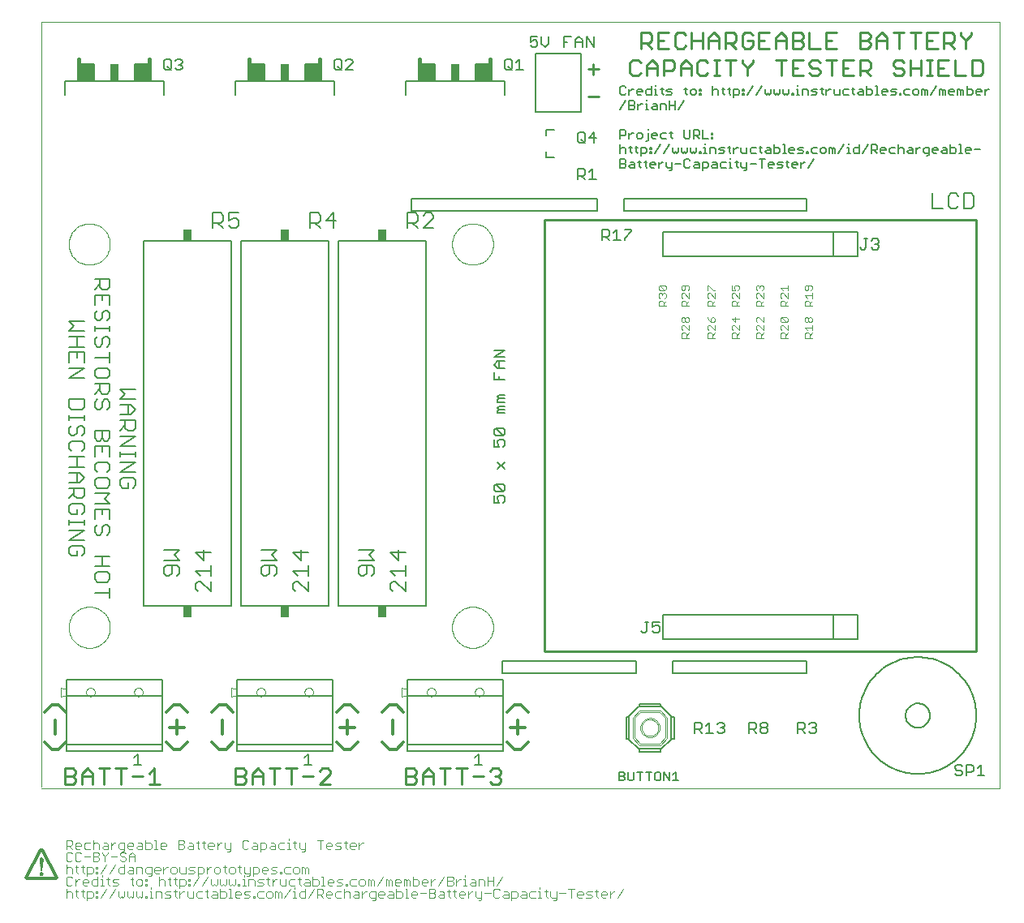
<source format=gto>
G75*
G70*
%OFA0B0*%
%FSLAX24Y24*%
%IPPOS*%
%LPD*%
%AMOC8*
5,1,8,0,0,1.08239X$1,22.5*
%
%ADD10C,0.0100*%
%ADD11C,0.0120*%
%ADD12C,0.0080*%
%ADD13C,0.0000*%
%ADD14C,0.0090*%
%ADD15C,0.0050*%
%ADD16C,0.0060*%
%ADD17C,0.0030*%
%ADD18R,0.0370X0.0689*%
%ADD19C,0.0040*%
%ADD20C,0.0070*%
%ADD21R,0.0320X0.0450*%
D10*
X021469Y010442D02*
X021469Y028158D01*
X039186Y028158D01*
X039186Y010442D01*
X021469Y010442D01*
D11*
X001390Y001103D02*
X000209Y001103D01*
X000160Y001152D01*
X000775Y002284D01*
X000824Y002284D01*
X001440Y001152D01*
X001390Y001103D01*
X001509Y006411D02*
X001215Y006411D01*
X000922Y006704D01*
X001362Y007025D02*
X001362Y007612D01*
X001802Y007945D02*
X001509Y008239D01*
X001215Y008239D01*
X000922Y007945D01*
X001802Y006704D02*
X001509Y006411D01*
X005922Y006704D02*
X006215Y006411D01*
X006509Y006411D01*
X006802Y006704D01*
X006362Y007025D02*
X006362Y007612D01*
X006068Y007318D02*
X006655Y007318D01*
X006802Y007945D02*
X006509Y008239D01*
X006215Y008239D01*
X005922Y007945D01*
X007797Y007945D02*
X008090Y008239D01*
X008384Y008239D01*
X008677Y007945D01*
X008237Y007612D02*
X008237Y007025D01*
X008677Y006704D02*
X008384Y006411D01*
X008090Y006411D01*
X007797Y006704D01*
X012922Y006704D02*
X013215Y006411D01*
X013509Y006411D01*
X013802Y006704D01*
X013362Y007025D02*
X013362Y007612D01*
X013068Y007318D02*
X013655Y007318D01*
X013802Y007945D02*
X013509Y008239D01*
X013215Y008239D01*
X012922Y007945D01*
X014797Y007945D02*
X015090Y008239D01*
X015384Y008239D01*
X015677Y007945D01*
X015237Y007612D02*
X015237Y007025D01*
X015677Y006704D02*
X015384Y006411D01*
X015090Y006411D01*
X014797Y006704D01*
X019922Y006704D02*
X020215Y006411D01*
X020509Y006411D01*
X020802Y006704D01*
X020362Y007025D02*
X020362Y007612D01*
X020068Y007318D02*
X020655Y007318D01*
X020802Y007945D02*
X020509Y008239D01*
X020215Y008239D01*
X019922Y007945D01*
D12*
X004660Y017258D02*
X004660Y017465D01*
X004557Y017569D01*
X004143Y017569D01*
X004040Y017465D01*
X004040Y017258D01*
X004143Y017155D01*
X004350Y017155D01*
X004350Y017362D01*
X004557Y017155D02*
X004660Y017258D01*
X004660Y017799D02*
X004040Y017799D01*
X004660Y018213D01*
X004040Y018213D01*
X004040Y018436D02*
X004040Y018643D01*
X004040Y018539D02*
X004660Y018539D01*
X004660Y018436D02*
X004660Y018643D01*
X004660Y018874D02*
X004040Y018874D01*
X004660Y019287D01*
X004040Y019287D01*
X004040Y019518D02*
X004247Y019725D01*
X004247Y019622D02*
X004247Y019932D01*
X004040Y019932D02*
X004660Y019932D01*
X004660Y019622D01*
X004557Y019518D01*
X004350Y019518D01*
X004247Y019622D01*
X004350Y020163D02*
X004350Y020576D01*
X004453Y020576D02*
X004040Y020576D01*
X004040Y020807D02*
X004660Y020807D01*
X004453Y020576D02*
X004660Y020370D01*
X004453Y020163D01*
X004040Y020163D01*
X003610Y020481D02*
X003610Y020688D01*
X003507Y020791D01*
X003403Y020791D01*
X003300Y020688D01*
X003300Y020481D01*
X003197Y020378D01*
X003093Y020378D01*
X002990Y020481D01*
X002990Y020688D01*
X003093Y020791D01*
X002990Y021022D02*
X003197Y021229D01*
X003197Y021126D02*
X003197Y021436D01*
X002990Y021436D02*
X003610Y021436D01*
X003610Y021126D01*
X003507Y021022D01*
X003300Y021022D01*
X003197Y021126D01*
X003093Y021667D02*
X003507Y021667D01*
X003610Y021770D01*
X003610Y021977D01*
X003507Y022080D01*
X003093Y022080D01*
X002990Y021977D01*
X002990Y021770D01*
X003093Y021667D01*
X002560Y021667D02*
X001940Y021667D01*
X002560Y022080D01*
X001940Y022080D01*
X001940Y022311D02*
X001940Y022725D01*
X002560Y022725D01*
X002560Y022311D01*
X002250Y022518D02*
X002250Y022725D01*
X002250Y022956D02*
X002250Y023370D01*
X001940Y023370D02*
X002560Y023370D01*
X002560Y023600D02*
X001940Y023600D01*
X002147Y023807D01*
X001940Y024014D01*
X002560Y024014D01*
X002990Y024133D02*
X002990Y024340D01*
X003093Y024444D01*
X003300Y024340D02*
X003300Y024133D01*
X003197Y024030D01*
X003093Y024030D01*
X002990Y024133D01*
X002990Y023799D02*
X002990Y023592D01*
X002990Y023696D02*
X003610Y023696D01*
X003610Y023799D02*
X003610Y023592D01*
X003507Y023370D02*
X003403Y023370D01*
X003300Y023266D01*
X003300Y023059D01*
X003197Y022956D01*
X003093Y022956D01*
X002990Y023059D01*
X002990Y023266D01*
X003093Y023370D01*
X003507Y023370D02*
X003610Y023266D01*
X003610Y023059D01*
X003507Y022956D01*
X003610Y022725D02*
X003610Y022311D01*
X003610Y022518D02*
X002990Y022518D01*
X002560Y022956D02*
X001940Y022956D01*
X003507Y024030D02*
X003610Y024133D01*
X003610Y024340D01*
X003507Y024444D01*
X003403Y024444D01*
X003300Y024340D01*
X002990Y024675D02*
X002990Y025088D01*
X003610Y025088D01*
X003610Y024675D01*
X003300Y024881D02*
X003300Y025088D01*
X003300Y025319D02*
X003197Y025423D01*
X003197Y025733D01*
X003197Y025526D02*
X002990Y025319D01*
X003300Y025319D02*
X003507Y025319D01*
X003610Y025423D01*
X003610Y025733D01*
X002990Y025733D01*
X004040Y021221D02*
X004247Y021014D01*
X004040Y020807D01*
X004040Y021221D02*
X004660Y021221D01*
X003610Y020481D02*
X003507Y020378D01*
X002560Y020481D02*
X002560Y020791D01*
X001940Y020791D01*
X001940Y020481D01*
X002043Y020378D01*
X002457Y020378D01*
X002560Y020481D01*
X002560Y020147D02*
X002560Y019940D01*
X002560Y020043D02*
X001940Y020043D01*
X001940Y019940D02*
X001940Y020147D01*
X002043Y019717D02*
X001940Y019614D01*
X001940Y019407D01*
X002043Y019303D01*
X002147Y019303D01*
X002250Y019407D01*
X002250Y019614D01*
X002353Y019717D01*
X002457Y019717D01*
X002560Y019614D01*
X002560Y019407D01*
X002457Y019303D01*
X002457Y019073D02*
X002043Y019073D01*
X001940Y018969D01*
X001940Y018762D01*
X002043Y018659D01*
X001940Y018428D02*
X002560Y018428D01*
X002457Y018659D02*
X002560Y018762D01*
X002560Y018969D01*
X002457Y019073D01*
X002990Y019192D02*
X002990Y019502D01*
X003610Y019502D01*
X003610Y019192D01*
X003507Y019089D01*
X003403Y019089D01*
X003300Y019192D01*
X003300Y019502D01*
X003300Y019192D02*
X003197Y019089D01*
X003093Y019089D01*
X002990Y019192D01*
X002990Y018858D02*
X002990Y018444D01*
X003093Y018213D02*
X002990Y018110D01*
X002990Y017903D01*
X003093Y017799D01*
X003093Y017569D02*
X002990Y017465D01*
X002990Y017258D01*
X003093Y017155D01*
X003507Y017155D01*
X003610Y017258D01*
X003610Y017465D01*
X003507Y017569D01*
X003093Y017569D01*
X003507Y017799D02*
X003610Y017903D01*
X003610Y018110D01*
X003507Y018213D01*
X003093Y018213D01*
X003300Y018651D02*
X003300Y018858D01*
X003610Y018858D02*
X002990Y018858D01*
X003610Y018858D02*
X003610Y018444D01*
X002560Y018014D02*
X001940Y018014D01*
X001940Y017783D02*
X002353Y017783D01*
X002560Y017577D01*
X002353Y017370D01*
X001940Y017370D01*
X001940Y017139D02*
X002560Y017139D01*
X002560Y016829D01*
X002457Y016725D01*
X002250Y016725D01*
X002147Y016829D01*
X002147Y017139D01*
X002147Y016932D02*
X001940Y016725D01*
X002043Y016494D02*
X001940Y016391D01*
X001940Y016184D01*
X002043Y016081D01*
X002250Y016081D01*
X002250Y016287D01*
X002457Y016081D02*
X002560Y016184D01*
X002560Y016391D01*
X002457Y016494D01*
X002043Y016494D01*
X001940Y015850D02*
X001940Y015643D01*
X001940Y015746D02*
X002560Y015746D01*
X002560Y015643D02*
X002560Y015850D01*
X002990Y015866D02*
X002990Y016279D01*
X003610Y016279D01*
X003610Y015866D01*
X003507Y015635D02*
X003403Y015635D01*
X003300Y015531D01*
X003300Y015325D01*
X003197Y015221D01*
X003093Y015221D01*
X002990Y015325D01*
X002990Y015531D01*
X003093Y015635D01*
X003507Y015635D02*
X003610Y015531D01*
X003610Y015325D01*
X003507Y015221D01*
X003300Y016073D02*
X003300Y016279D01*
X003610Y016510D02*
X002990Y016510D01*
X002990Y016924D02*
X003610Y016924D01*
X003403Y016717D01*
X003610Y016510D01*
X002560Y015420D02*
X001940Y015006D01*
X002560Y015006D01*
X002457Y014776D02*
X002043Y014776D01*
X001940Y014672D01*
X001940Y014465D01*
X002043Y014362D01*
X002250Y014362D01*
X002250Y014569D01*
X002457Y014776D02*
X002560Y014672D01*
X002560Y014465D01*
X002457Y014362D01*
X002990Y014346D02*
X003610Y014346D01*
X003300Y014346D02*
X003300Y013932D01*
X003507Y013701D02*
X003093Y013701D01*
X002990Y013598D01*
X002990Y013391D01*
X003093Y013288D01*
X003507Y013288D01*
X003610Y013391D01*
X003610Y013598D01*
X003507Y013701D01*
X003610Y013932D02*
X002990Y013932D01*
X003610Y013057D02*
X003610Y012643D01*
X003610Y012850D02*
X002990Y012850D01*
X002560Y015420D02*
X001940Y015420D01*
X002250Y017370D02*
X002250Y017783D01*
X002250Y018014D02*
X002250Y018428D01*
X007840Y027840D02*
X007840Y028461D01*
X008150Y028461D01*
X008253Y028357D01*
X008253Y028150D01*
X008150Y028047D01*
X007840Y028047D01*
X008047Y028047D02*
X008253Y027840D01*
X008484Y027943D02*
X008588Y027840D01*
X008795Y027840D01*
X008898Y027943D01*
X008898Y028150D01*
X008795Y028254D01*
X008691Y028254D01*
X008484Y028150D01*
X008484Y028461D01*
X008898Y028461D01*
X011840Y028461D02*
X011840Y027840D01*
X011840Y028047D02*
X012150Y028047D01*
X012253Y028150D01*
X012253Y028357D01*
X012150Y028461D01*
X011840Y028461D01*
X012047Y028047D02*
X012253Y027840D01*
X012484Y028150D02*
X012898Y028150D01*
X012795Y027840D02*
X012795Y028461D01*
X012484Y028150D01*
X015840Y028047D02*
X016150Y028047D01*
X016253Y028150D01*
X016253Y028357D01*
X016150Y028461D01*
X015840Y028461D01*
X015840Y027840D01*
X016047Y028047D02*
X016253Y027840D01*
X016484Y027840D02*
X016898Y028254D01*
X016898Y028357D01*
X016795Y028461D01*
X016588Y028461D01*
X016484Y028357D01*
X016484Y027840D02*
X016898Y027840D01*
X037406Y028640D02*
X037820Y028640D01*
X038051Y028743D02*
X038154Y028640D01*
X038361Y028640D01*
X038464Y028743D01*
X038695Y028640D02*
X039005Y028640D01*
X039109Y028743D01*
X039109Y029157D01*
X039005Y029261D01*
X038695Y029261D01*
X038695Y028640D01*
X038051Y028743D02*
X038051Y029157D01*
X038154Y029261D01*
X038361Y029261D01*
X038464Y029157D01*
X037406Y029261D02*
X037406Y028640D01*
D13*
X040170Y036296D02*
X000800Y036296D01*
X000800Y004863D01*
X000800Y004800D02*
X040170Y004800D01*
X040170Y036296D01*
X017670Y027174D02*
X017672Y027232D01*
X017678Y027289D01*
X017688Y027346D01*
X017701Y027402D01*
X017719Y027457D01*
X017740Y027511D01*
X017765Y027563D01*
X017793Y027614D01*
X017825Y027662D01*
X017860Y027708D01*
X017898Y027751D01*
X017939Y027792D01*
X017982Y027830D01*
X018028Y027865D01*
X018076Y027897D01*
X018127Y027925D01*
X018179Y027950D01*
X018233Y027971D01*
X018288Y027989D01*
X018344Y028002D01*
X018401Y028012D01*
X018458Y028018D01*
X018516Y028020D01*
X018574Y028018D01*
X018631Y028012D01*
X018688Y028002D01*
X018744Y027989D01*
X018799Y027971D01*
X018853Y027950D01*
X018905Y027925D01*
X018956Y027897D01*
X019004Y027865D01*
X019050Y027830D01*
X019093Y027792D01*
X019134Y027751D01*
X019172Y027708D01*
X019207Y027662D01*
X019239Y027614D01*
X019267Y027563D01*
X019292Y027511D01*
X019313Y027457D01*
X019331Y027402D01*
X019344Y027346D01*
X019354Y027289D01*
X019360Y027232D01*
X019362Y027174D01*
X019360Y027116D01*
X019354Y027059D01*
X019344Y027002D01*
X019331Y026946D01*
X019313Y026891D01*
X019292Y026837D01*
X019267Y026785D01*
X019239Y026734D01*
X019207Y026686D01*
X019172Y026640D01*
X019134Y026597D01*
X019093Y026556D01*
X019050Y026518D01*
X019004Y026483D01*
X018956Y026451D01*
X018905Y026423D01*
X018853Y026398D01*
X018799Y026377D01*
X018744Y026359D01*
X018688Y026346D01*
X018631Y026336D01*
X018574Y026330D01*
X018516Y026328D01*
X018458Y026330D01*
X018401Y026336D01*
X018344Y026346D01*
X018288Y026359D01*
X018233Y026377D01*
X018179Y026398D01*
X018127Y026423D01*
X018076Y026451D01*
X018028Y026483D01*
X017982Y026518D01*
X017939Y026556D01*
X017898Y026597D01*
X017860Y026640D01*
X017825Y026686D01*
X017793Y026734D01*
X017765Y026785D01*
X017740Y026837D01*
X017719Y026891D01*
X017701Y026946D01*
X017688Y027002D01*
X017678Y027059D01*
X017672Y027116D01*
X017670Y027174D01*
X001922Y027174D02*
X001924Y027232D01*
X001930Y027289D01*
X001940Y027346D01*
X001953Y027402D01*
X001971Y027457D01*
X001992Y027511D01*
X002017Y027563D01*
X002045Y027614D01*
X002077Y027662D01*
X002112Y027708D01*
X002150Y027751D01*
X002191Y027792D01*
X002234Y027830D01*
X002280Y027865D01*
X002328Y027897D01*
X002379Y027925D01*
X002431Y027950D01*
X002485Y027971D01*
X002540Y027989D01*
X002596Y028002D01*
X002653Y028012D01*
X002710Y028018D01*
X002768Y028020D01*
X002826Y028018D01*
X002883Y028012D01*
X002940Y028002D01*
X002996Y027989D01*
X003051Y027971D01*
X003105Y027950D01*
X003157Y027925D01*
X003208Y027897D01*
X003256Y027865D01*
X003302Y027830D01*
X003345Y027792D01*
X003386Y027751D01*
X003424Y027708D01*
X003459Y027662D01*
X003491Y027614D01*
X003519Y027563D01*
X003544Y027511D01*
X003565Y027457D01*
X003583Y027402D01*
X003596Y027346D01*
X003606Y027289D01*
X003612Y027232D01*
X003614Y027174D01*
X003612Y027116D01*
X003606Y027059D01*
X003596Y027002D01*
X003583Y026946D01*
X003565Y026891D01*
X003544Y026837D01*
X003519Y026785D01*
X003491Y026734D01*
X003459Y026686D01*
X003424Y026640D01*
X003386Y026597D01*
X003345Y026556D01*
X003302Y026518D01*
X003256Y026483D01*
X003208Y026451D01*
X003157Y026423D01*
X003105Y026398D01*
X003051Y026377D01*
X002996Y026359D01*
X002940Y026346D01*
X002883Y026336D01*
X002826Y026330D01*
X002768Y026328D01*
X002710Y026330D01*
X002653Y026336D01*
X002596Y026346D01*
X002540Y026359D01*
X002485Y026377D01*
X002431Y026398D01*
X002379Y026423D01*
X002328Y026451D01*
X002280Y026483D01*
X002234Y026518D01*
X002191Y026556D01*
X002150Y026597D01*
X002112Y026640D01*
X002077Y026686D01*
X002045Y026734D01*
X002017Y026785D01*
X001992Y026837D01*
X001971Y026891D01*
X001953Y026946D01*
X001940Y027002D01*
X001930Y027059D01*
X001924Y027116D01*
X001922Y027174D01*
X001922Y011426D02*
X001924Y011484D01*
X001930Y011541D01*
X001940Y011598D01*
X001953Y011654D01*
X001971Y011709D01*
X001992Y011763D01*
X002017Y011815D01*
X002045Y011866D01*
X002077Y011914D01*
X002112Y011960D01*
X002150Y012003D01*
X002191Y012044D01*
X002234Y012082D01*
X002280Y012117D01*
X002328Y012149D01*
X002379Y012177D01*
X002431Y012202D01*
X002485Y012223D01*
X002540Y012241D01*
X002596Y012254D01*
X002653Y012264D01*
X002710Y012270D01*
X002768Y012272D01*
X002826Y012270D01*
X002883Y012264D01*
X002940Y012254D01*
X002996Y012241D01*
X003051Y012223D01*
X003105Y012202D01*
X003157Y012177D01*
X003208Y012149D01*
X003256Y012117D01*
X003302Y012082D01*
X003345Y012044D01*
X003386Y012003D01*
X003424Y011960D01*
X003459Y011914D01*
X003491Y011866D01*
X003519Y011815D01*
X003544Y011763D01*
X003565Y011709D01*
X003583Y011654D01*
X003596Y011598D01*
X003606Y011541D01*
X003612Y011484D01*
X003614Y011426D01*
X003612Y011368D01*
X003606Y011311D01*
X003596Y011254D01*
X003583Y011198D01*
X003565Y011143D01*
X003544Y011089D01*
X003519Y011037D01*
X003491Y010986D01*
X003459Y010938D01*
X003424Y010892D01*
X003386Y010849D01*
X003345Y010808D01*
X003302Y010770D01*
X003256Y010735D01*
X003208Y010703D01*
X003157Y010675D01*
X003105Y010650D01*
X003051Y010629D01*
X002996Y010611D01*
X002940Y010598D01*
X002883Y010588D01*
X002826Y010582D01*
X002768Y010580D01*
X002710Y010582D01*
X002653Y010588D01*
X002596Y010598D01*
X002540Y010611D01*
X002485Y010629D01*
X002431Y010650D01*
X002379Y010675D01*
X002328Y010703D01*
X002280Y010735D01*
X002234Y010770D01*
X002191Y010808D01*
X002150Y010849D01*
X002112Y010892D01*
X002077Y010938D01*
X002045Y010986D01*
X002017Y011037D01*
X001992Y011089D01*
X001971Y011143D01*
X001953Y011198D01*
X001940Y011254D01*
X001930Y011311D01*
X001924Y011368D01*
X001922Y011426D01*
X017670Y011426D02*
X017672Y011484D01*
X017678Y011541D01*
X017688Y011598D01*
X017701Y011654D01*
X017719Y011709D01*
X017740Y011763D01*
X017765Y011815D01*
X017793Y011866D01*
X017825Y011914D01*
X017860Y011960D01*
X017898Y012003D01*
X017939Y012044D01*
X017982Y012082D01*
X018028Y012117D01*
X018076Y012149D01*
X018127Y012177D01*
X018179Y012202D01*
X018233Y012223D01*
X018288Y012241D01*
X018344Y012254D01*
X018401Y012264D01*
X018458Y012270D01*
X018516Y012272D01*
X018574Y012270D01*
X018631Y012264D01*
X018688Y012254D01*
X018744Y012241D01*
X018799Y012223D01*
X018853Y012202D01*
X018905Y012177D01*
X018956Y012149D01*
X019004Y012117D01*
X019050Y012082D01*
X019093Y012044D01*
X019134Y012003D01*
X019172Y011960D01*
X019207Y011914D01*
X019239Y011866D01*
X019267Y011815D01*
X019292Y011763D01*
X019313Y011709D01*
X019331Y011654D01*
X019344Y011598D01*
X019354Y011541D01*
X019360Y011484D01*
X019362Y011426D01*
X019360Y011368D01*
X019354Y011311D01*
X019344Y011254D01*
X019331Y011198D01*
X019313Y011143D01*
X019292Y011089D01*
X019267Y011037D01*
X019239Y010986D01*
X019207Y010938D01*
X019172Y010892D01*
X019134Y010849D01*
X019093Y010808D01*
X019050Y010770D01*
X019004Y010735D01*
X018956Y010703D01*
X018905Y010675D01*
X018853Y010650D01*
X018799Y010629D01*
X018744Y010611D01*
X018688Y010598D01*
X018631Y010588D01*
X018574Y010582D01*
X018516Y010580D01*
X018458Y010582D01*
X018401Y010588D01*
X018344Y010598D01*
X018288Y010611D01*
X018233Y010629D01*
X018179Y010650D01*
X018127Y010675D01*
X018076Y010703D01*
X018028Y010735D01*
X017982Y010770D01*
X017939Y010808D01*
X017898Y010849D01*
X017860Y010892D01*
X017825Y010938D01*
X017793Y010986D01*
X017765Y011037D01*
X017740Y011089D01*
X017719Y011143D01*
X017701Y011198D01*
X017688Y011254D01*
X017678Y011311D01*
X017672Y011368D01*
X017670Y011426D01*
D14*
X017595Y005631D02*
X017154Y005631D01*
X017374Y005631D02*
X017374Y004970D01*
X018065Y004970D02*
X018065Y005631D01*
X017845Y005631D02*
X018285Y005631D01*
X018535Y005300D02*
X018976Y005300D01*
X019226Y005080D02*
X019336Y004970D01*
X019556Y004970D01*
X019666Y005080D01*
X019666Y005190D01*
X019556Y005300D01*
X019446Y005300D01*
X019556Y005300D02*
X019666Y005410D01*
X019666Y005520D01*
X019556Y005631D01*
X019336Y005631D01*
X019226Y005520D01*
X016904Y005410D02*
X016904Y004970D01*
X016904Y005300D02*
X016464Y005300D01*
X016464Y005410D02*
X016684Y005631D01*
X016904Y005410D01*
X016464Y005410D02*
X016464Y004970D01*
X016213Y005080D02*
X016103Y004970D01*
X015773Y004970D01*
X015773Y005631D01*
X016103Y005631D01*
X016213Y005520D01*
X016213Y005410D01*
X016103Y005300D01*
X015773Y005300D01*
X016103Y005300D02*
X016213Y005190D01*
X016213Y005080D01*
X012666Y004970D02*
X012226Y004970D01*
X012666Y005410D01*
X012666Y005520D01*
X012556Y005631D01*
X012336Y005631D01*
X012226Y005520D01*
X011976Y005300D02*
X011535Y005300D01*
X011285Y005631D02*
X010845Y005631D01*
X011065Y005631D02*
X011065Y004970D01*
X010595Y005631D02*
X010154Y005631D01*
X010374Y005631D02*
X010374Y004970D01*
X009904Y004970D02*
X009904Y005410D01*
X009684Y005631D01*
X009464Y005410D01*
X009464Y004970D01*
X009213Y005080D02*
X009103Y004970D01*
X008773Y004970D01*
X008773Y005631D01*
X009103Y005631D01*
X009213Y005520D01*
X009213Y005410D01*
X009103Y005300D01*
X008773Y005300D01*
X009103Y005300D02*
X009213Y005190D01*
X009213Y005080D01*
X009464Y005300D02*
X009904Y005300D01*
X005666Y004970D02*
X005226Y004970D01*
X005446Y004970D02*
X005446Y005631D01*
X005226Y005410D01*
X004976Y005300D02*
X004535Y005300D01*
X004285Y005631D02*
X003845Y005631D01*
X004065Y005631D02*
X004065Y004970D01*
X003374Y004970D02*
X003374Y005631D01*
X003154Y005631D02*
X003595Y005631D01*
X002904Y005410D02*
X002904Y004970D01*
X002904Y005300D02*
X002464Y005300D01*
X002464Y005410D02*
X002684Y005631D01*
X002904Y005410D01*
X002464Y005410D02*
X002464Y004970D01*
X002213Y005080D02*
X002103Y004970D01*
X001773Y004970D01*
X001773Y005631D01*
X002103Y005631D01*
X002213Y005520D01*
X002213Y005410D01*
X002103Y005300D01*
X001773Y005300D01*
X002103Y005300D02*
X002213Y005190D01*
X002213Y005080D01*
X023249Y033238D02*
X023690Y033238D01*
X023470Y034143D02*
X023470Y034583D01*
X023249Y034363D02*
X023690Y034363D01*
X024978Y034203D02*
X025089Y034093D01*
X025309Y034093D01*
X025419Y034203D01*
X025669Y034093D02*
X025669Y034533D01*
X025889Y034753D01*
X026109Y034533D01*
X026109Y034093D01*
X026360Y034093D02*
X026360Y034753D01*
X026690Y034753D01*
X026800Y034643D01*
X026800Y034423D01*
X026690Y034313D01*
X026360Y034313D01*
X026109Y034423D02*
X025669Y034423D01*
X025419Y034643D02*
X025309Y034753D01*
X025089Y034753D01*
X024978Y034643D01*
X024978Y034203D01*
X025439Y035218D02*
X025439Y035878D01*
X025769Y035878D01*
X025879Y035768D01*
X025879Y035548D01*
X025769Y035438D01*
X025439Y035438D01*
X025659Y035438D02*
X025879Y035218D01*
X026129Y035218D02*
X026570Y035218D01*
X026820Y035328D02*
X026820Y035768D01*
X026930Y035878D01*
X027150Y035878D01*
X027260Y035768D01*
X027511Y035878D02*
X027511Y035218D01*
X027260Y035328D02*
X027150Y035218D01*
X026930Y035218D01*
X026820Y035328D01*
X026350Y035548D02*
X026129Y035548D01*
X026129Y035878D02*
X026129Y035218D01*
X026129Y035878D02*
X026570Y035878D01*
X027511Y035548D02*
X027951Y035548D01*
X028201Y035548D02*
X028642Y035548D01*
X028642Y035658D02*
X028642Y035218D01*
X028892Y035218D02*
X028892Y035878D01*
X029222Y035878D01*
X029332Y035768D01*
X029332Y035548D01*
X029222Y035438D01*
X028892Y035438D01*
X029112Y035438D02*
X029332Y035218D01*
X029582Y035328D02*
X029582Y035768D01*
X029692Y035878D01*
X029913Y035878D01*
X030023Y035768D01*
X030023Y035548D02*
X029803Y035548D01*
X030023Y035548D02*
X030023Y035328D01*
X029913Y035218D01*
X029692Y035218D01*
X029582Y035328D01*
X029582Y034753D02*
X029582Y034643D01*
X029803Y034423D01*
X029803Y034093D01*
X029803Y034423D02*
X030023Y034643D01*
X030023Y034753D01*
X030273Y035218D02*
X030713Y035218D01*
X030964Y035218D02*
X030964Y035658D01*
X031184Y035878D01*
X031404Y035658D01*
X031404Y035218D01*
X031654Y035218D02*
X031984Y035218D01*
X032095Y035328D01*
X032095Y035438D01*
X031984Y035548D01*
X031654Y035548D01*
X031404Y035548D02*
X030964Y035548D01*
X030713Y035878D02*
X030273Y035878D01*
X030273Y035218D01*
X030273Y035548D02*
X030493Y035548D01*
X030964Y034753D02*
X031404Y034753D01*
X031184Y034753D02*
X031184Y034093D01*
X031654Y034093D02*
X032095Y034093D01*
X032345Y034203D02*
X032455Y034093D01*
X032675Y034093D01*
X032785Y034203D01*
X032785Y034313D01*
X032675Y034423D01*
X032455Y034423D01*
X032345Y034533D01*
X032345Y034643D01*
X032455Y034753D01*
X032675Y034753D01*
X032785Y034643D01*
X033035Y034753D02*
X033476Y034753D01*
X033256Y034753D02*
X033256Y034093D01*
X033726Y034093D02*
X034166Y034093D01*
X034417Y034093D02*
X034417Y034753D01*
X034747Y034753D01*
X034857Y034643D01*
X034857Y034423D01*
X034747Y034313D01*
X034417Y034313D01*
X034637Y034313D02*
X034857Y034093D01*
X035798Y034203D02*
X035908Y034093D01*
X036128Y034093D01*
X036238Y034203D01*
X036238Y034313D01*
X036128Y034423D01*
X035908Y034423D01*
X035798Y034533D01*
X035798Y034643D01*
X035908Y034753D01*
X036128Y034753D01*
X036238Y034643D01*
X036488Y034753D02*
X036488Y034093D01*
X036488Y034423D02*
X036929Y034423D01*
X036929Y034753D02*
X036929Y034093D01*
X037179Y034093D02*
X037399Y034093D01*
X037289Y034093D02*
X037289Y034753D01*
X037179Y034753D02*
X037399Y034753D01*
X037639Y034753D02*
X037639Y034093D01*
X038080Y034093D01*
X038330Y034093D02*
X038770Y034093D01*
X039020Y034093D02*
X039351Y034093D01*
X039461Y034203D01*
X039461Y034643D01*
X039351Y034753D01*
X039020Y034753D01*
X039020Y034093D01*
X038330Y034093D02*
X038330Y034753D01*
X038080Y034753D02*
X037639Y034753D01*
X037639Y034423D02*
X037859Y034423D01*
X037869Y035218D02*
X037869Y035878D01*
X038200Y035878D01*
X038310Y035768D01*
X038310Y035548D01*
X038200Y035438D01*
X037869Y035438D01*
X038090Y035438D02*
X038310Y035218D01*
X038780Y035548D02*
X038560Y035768D01*
X038560Y035878D01*
X038780Y035548D02*
X038780Y035218D01*
X038780Y035548D02*
X039000Y035768D01*
X039000Y035878D01*
X037619Y035878D02*
X037179Y035878D01*
X037179Y035218D01*
X037619Y035218D01*
X037399Y035548D02*
X037179Y035548D01*
X036929Y035878D02*
X036488Y035878D01*
X036708Y035878D02*
X036708Y035218D01*
X036018Y035218D02*
X036018Y035878D01*
X035798Y035878D02*
X036238Y035878D01*
X035547Y035658D02*
X035547Y035218D01*
X035547Y035548D02*
X035107Y035548D01*
X035107Y035658D02*
X035327Y035878D01*
X035547Y035658D01*
X035107Y035658D02*
X035107Y035218D01*
X034857Y035328D02*
X034747Y035218D01*
X034417Y035218D01*
X034417Y035878D01*
X034747Y035878D01*
X034857Y035768D01*
X034857Y035658D01*
X034747Y035548D01*
X034417Y035548D01*
X034747Y035548D02*
X034857Y035438D01*
X034857Y035328D01*
X034166Y034753D02*
X033726Y034753D01*
X033726Y034093D01*
X033726Y034423D02*
X033946Y034423D01*
X033476Y035218D02*
X033035Y035218D01*
X033035Y035878D01*
X033476Y035878D01*
X033256Y035548D02*
X033035Y035548D01*
X032785Y035218D02*
X032345Y035218D01*
X032345Y035878D01*
X032095Y035768D02*
X032095Y035658D01*
X031984Y035548D01*
X032095Y035768D02*
X031984Y035878D01*
X031654Y035878D01*
X031654Y035218D01*
X031654Y034753D02*
X031654Y034093D01*
X031654Y034423D02*
X031874Y034423D01*
X031654Y034753D02*
X032095Y034753D01*
X029332Y034753D02*
X028892Y034753D01*
X029112Y034753D02*
X029112Y034093D01*
X028652Y034093D02*
X028431Y034093D01*
X028542Y034093D02*
X028542Y034753D01*
X028652Y034753D02*
X028431Y034753D01*
X028181Y034643D02*
X028071Y034753D01*
X027851Y034753D01*
X027741Y034643D01*
X027741Y034203D01*
X027851Y034093D01*
X028071Y034093D01*
X028181Y034203D01*
X027491Y034093D02*
X027491Y034533D01*
X027270Y034753D01*
X027050Y034533D01*
X027050Y034093D01*
X027050Y034423D02*
X027491Y034423D01*
X027951Y035218D02*
X027951Y035878D01*
X028201Y035658D02*
X028421Y035878D01*
X028642Y035658D01*
X028201Y035658D02*
X028201Y035218D01*
D15*
X028381Y033660D02*
X028381Y033310D01*
X028381Y033485D02*
X028439Y033544D01*
X028556Y033544D01*
X028614Y033485D01*
X028614Y033310D01*
X028807Y033368D02*
X028807Y033602D01*
X028749Y033544D02*
X028866Y033544D01*
X028995Y033544D02*
X029111Y033544D01*
X029053Y033602D02*
X029053Y033368D01*
X029111Y033310D01*
X029240Y033310D02*
X029415Y033310D01*
X029474Y033368D01*
X029474Y033485D01*
X029415Y033544D01*
X029240Y033544D01*
X029240Y033193D01*
X029608Y033310D02*
X029608Y033368D01*
X029667Y033368D01*
X029667Y033310D01*
X029608Y033310D01*
X029608Y033485D02*
X029608Y033544D01*
X029667Y033544D01*
X029667Y033485D01*
X029608Y033485D01*
X029793Y033310D02*
X030026Y033660D01*
X030394Y033660D02*
X030161Y033310D01*
X030529Y033368D02*
X030588Y033310D01*
X030646Y033368D01*
X030704Y033310D01*
X030763Y033368D01*
X030763Y033544D01*
X030897Y033544D02*
X030897Y033368D01*
X030956Y033310D01*
X031014Y033368D01*
X031073Y033310D01*
X031131Y033368D01*
X031131Y033544D01*
X031266Y033544D02*
X031266Y033368D01*
X031324Y033310D01*
X031383Y033368D01*
X031441Y033310D01*
X031499Y033368D01*
X031499Y033544D01*
X031634Y033368D02*
X031693Y033368D01*
X031693Y033310D01*
X031634Y033310D01*
X031634Y033368D01*
X031818Y033310D02*
X031935Y033310D01*
X031877Y033310D02*
X031877Y033544D01*
X031818Y033544D01*
X031877Y033660D02*
X031877Y033719D01*
X032064Y033544D02*
X032239Y033544D01*
X032297Y033485D01*
X032297Y033310D01*
X032432Y033310D02*
X032607Y033310D01*
X032666Y033368D01*
X032607Y033427D01*
X032491Y033427D01*
X032432Y033485D01*
X032491Y033544D01*
X032666Y033544D01*
X032800Y033544D02*
X032917Y033544D01*
X032859Y033602D02*
X032859Y033368D01*
X032917Y033310D01*
X033046Y033310D02*
X033046Y033544D01*
X033046Y033427D02*
X033163Y033544D01*
X033221Y033544D01*
X033353Y033544D02*
X033353Y033368D01*
X033411Y033310D01*
X033586Y033310D01*
X033586Y033544D01*
X033721Y033485D02*
X033721Y033368D01*
X033780Y033310D01*
X033955Y033310D01*
X034148Y033368D02*
X034206Y033310D01*
X034148Y033368D02*
X034148Y033602D01*
X034090Y033544D02*
X034206Y033544D01*
X034393Y033544D02*
X034510Y033544D01*
X034569Y033485D01*
X034569Y033310D01*
X034393Y033310D01*
X034335Y033368D01*
X034393Y033427D01*
X034569Y033427D01*
X034703Y033544D02*
X034879Y033544D01*
X034937Y033485D01*
X034937Y033368D01*
X034879Y033310D01*
X034703Y033310D01*
X034703Y033660D01*
X035072Y033660D02*
X035130Y033660D01*
X035130Y033310D01*
X035072Y033310D02*
X035188Y033310D01*
X035317Y033368D02*
X035317Y033485D01*
X035376Y033544D01*
X035492Y033544D01*
X035551Y033485D01*
X035551Y033427D01*
X035317Y033427D01*
X035317Y033368D02*
X035376Y033310D01*
X035492Y033310D01*
X035686Y033310D02*
X035861Y033310D01*
X035919Y033368D01*
X035861Y033427D01*
X035744Y033427D01*
X035686Y033485D01*
X035744Y033544D01*
X035919Y033544D01*
X036054Y033368D02*
X036112Y033368D01*
X036112Y033310D01*
X036054Y033310D01*
X036054Y033368D01*
X036238Y033368D02*
X036296Y033310D01*
X036472Y033310D01*
X036606Y033368D02*
X036665Y033310D01*
X036782Y033310D01*
X036840Y033368D01*
X036840Y033485D01*
X036782Y033544D01*
X036665Y033544D01*
X036606Y033485D01*
X036606Y033368D01*
X036472Y033544D02*
X036296Y033544D01*
X036238Y033485D01*
X036238Y033368D01*
X036975Y033310D02*
X036975Y033544D01*
X037033Y033544D01*
X037091Y033485D01*
X037150Y033544D01*
X037208Y033485D01*
X037208Y033310D01*
X037091Y033310D02*
X037091Y033485D01*
X037343Y033310D02*
X037577Y033660D01*
X037711Y033544D02*
X037770Y033544D01*
X037828Y033485D01*
X037886Y033544D01*
X037945Y033485D01*
X037945Y033310D01*
X037828Y033310D02*
X037828Y033485D01*
X037711Y033544D02*
X037711Y033310D01*
X038080Y033368D02*
X038080Y033485D01*
X038138Y033544D01*
X038255Y033544D01*
X038313Y033485D01*
X038313Y033427D01*
X038080Y033427D01*
X038080Y033368D02*
X038138Y033310D01*
X038255Y033310D01*
X038448Y033310D02*
X038448Y033544D01*
X038506Y033544D01*
X038565Y033485D01*
X038623Y033544D01*
X038681Y033485D01*
X038681Y033310D01*
X038565Y033310D02*
X038565Y033485D01*
X038816Y033544D02*
X038991Y033544D01*
X039050Y033485D01*
X039050Y033368D01*
X038991Y033310D01*
X038816Y033310D01*
X038816Y033660D01*
X039185Y033485D02*
X039243Y033544D01*
X039360Y033544D01*
X039418Y033485D01*
X039418Y033427D01*
X039185Y033427D01*
X039185Y033485D02*
X039185Y033368D01*
X039243Y033310D01*
X039360Y033310D01*
X039553Y033310D02*
X039553Y033544D01*
X039670Y033544D02*
X039728Y033544D01*
X039670Y033544D02*
X039553Y033427D01*
X039357Y031085D02*
X039123Y031085D01*
X038988Y031085D02*
X038988Y031027D01*
X038755Y031027D01*
X038755Y031085D02*
X038813Y031144D01*
X038930Y031144D01*
X038988Y031085D01*
X038930Y030910D02*
X038813Y030910D01*
X038755Y030968D01*
X038755Y031085D01*
X038626Y030910D02*
X038509Y030910D01*
X038568Y030910D02*
X038568Y031260D01*
X038509Y031260D01*
X038375Y031085D02*
X038316Y031144D01*
X038141Y031144D01*
X038141Y031260D02*
X038141Y030910D01*
X038316Y030910D01*
X038375Y030968D01*
X038375Y031085D01*
X038006Y031085D02*
X038006Y030910D01*
X037831Y030910D01*
X037773Y030968D01*
X037831Y031027D01*
X038006Y031027D01*
X038006Y031085D02*
X037948Y031144D01*
X037831Y031144D01*
X037638Y031085D02*
X037638Y031027D01*
X037404Y031027D01*
X037404Y031085D02*
X037463Y031144D01*
X037580Y031144D01*
X037638Y031085D01*
X037580Y030910D02*
X037463Y030910D01*
X037404Y030968D01*
X037404Y031085D01*
X037270Y031144D02*
X037094Y031144D01*
X037036Y031085D01*
X037036Y030968D01*
X037094Y030910D01*
X037270Y030910D01*
X037270Y030852D02*
X037270Y031144D01*
X037270Y030852D02*
X037211Y030793D01*
X037153Y030793D01*
X036904Y031144D02*
X036846Y031144D01*
X036729Y031027D01*
X036729Y030910D02*
X036729Y031144D01*
X036594Y031085D02*
X036594Y030910D01*
X036419Y030910D01*
X036361Y030968D01*
X036419Y031027D01*
X036594Y031027D01*
X036594Y031085D02*
X036536Y031144D01*
X036419Y031144D01*
X036226Y031085D02*
X036226Y030910D01*
X036226Y031085D02*
X036168Y031144D01*
X036051Y031144D01*
X035993Y031085D01*
X035858Y031144D02*
X035683Y031144D01*
X035624Y031085D01*
X035624Y030968D01*
X035683Y030910D01*
X035858Y030910D01*
X035993Y030910D02*
X035993Y031260D01*
X035489Y031085D02*
X035489Y031027D01*
X035256Y031027D01*
X035256Y031085D02*
X035314Y031144D01*
X035431Y031144D01*
X035489Y031085D01*
X035431Y030910D02*
X035314Y030910D01*
X035256Y030968D01*
X035256Y031085D01*
X035121Y031085D02*
X035063Y031027D01*
X034888Y031027D01*
X035004Y031027D02*
X035121Y030910D01*
X035121Y031085D02*
X035121Y031202D01*
X035063Y031260D01*
X034888Y031260D01*
X034888Y030910D01*
X034519Y030910D02*
X034753Y031260D01*
X034384Y031260D02*
X034384Y030910D01*
X034209Y030910D01*
X034151Y030968D01*
X034151Y031085D01*
X034209Y031144D01*
X034384Y031144D01*
X033964Y031144D02*
X033964Y030910D01*
X034022Y030910D02*
X033905Y030910D01*
X033905Y031144D02*
X033964Y031144D01*
X033964Y031260D02*
X033964Y031319D01*
X033771Y031260D02*
X033537Y030910D01*
X033402Y030910D02*
X033402Y031085D01*
X033344Y031144D01*
X033286Y031085D01*
X033286Y030910D01*
X033169Y030910D02*
X033169Y031144D01*
X033227Y031144D01*
X033286Y031085D01*
X033034Y031085D02*
X032976Y031144D01*
X032859Y031144D01*
X032800Y031085D01*
X032800Y030968D01*
X032859Y030910D01*
X032976Y030910D01*
X033034Y030968D01*
X033034Y031085D01*
X032666Y031144D02*
X032491Y031144D01*
X032432Y031085D01*
X032432Y030968D01*
X032491Y030910D01*
X032666Y030910D01*
X032543Y030660D02*
X032309Y030310D01*
X032178Y030544D02*
X032119Y030544D01*
X032002Y030427D01*
X032002Y030310D02*
X032002Y030544D01*
X031868Y030485D02*
X031868Y030427D01*
X031634Y030427D01*
X031634Y030485D02*
X031693Y030544D01*
X031809Y030544D01*
X031868Y030485D01*
X031809Y030310D02*
X031693Y030310D01*
X031634Y030368D01*
X031634Y030485D01*
X031505Y030544D02*
X031389Y030544D01*
X031447Y030602D02*
X031447Y030368D01*
X031505Y030310D01*
X031254Y030368D02*
X031195Y030427D01*
X031079Y030427D01*
X031020Y030485D01*
X031079Y030544D01*
X031254Y030544D01*
X031254Y030368D02*
X031195Y030310D01*
X031020Y030310D01*
X030885Y030427D02*
X030652Y030427D01*
X030652Y030485D02*
X030710Y030544D01*
X030827Y030544D01*
X030885Y030485D01*
X030885Y030427D01*
X030827Y030310D02*
X030710Y030310D01*
X030652Y030368D01*
X030652Y030485D01*
X030517Y030660D02*
X030284Y030660D01*
X030400Y030660D02*
X030400Y030310D01*
X030149Y030485D02*
X029915Y030485D01*
X029781Y030544D02*
X029781Y030252D01*
X029722Y030193D01*
X029664Y030193D01*
X029605Y030310D02*
X029781Y030310D01*
X029605Y030310D02*
X029547Y030368D01*
X029547Y030544D01*
X029418Y030544D02*
X029301Y030544D01*
X029360Y030602D02*
X029360Y030368D01*
X029418Y030310D01*
X029173Y030310D02*
X029056Y030310D01*
X029114Y030310D02*
X029114Y030544D01*
X029056Y030544D01*
X029114Y030660D02*
X029114Y030719D01*
X029111Y030910D02*
X029053Y030968D01*
X029053Y031202D01*
X028995Y031144D02*
X029111Y031144D01*
X029240Y031144D02*
X029240Y030910D01*
X029240Y031027D02*
X029357Y031144D01*
X029415Y031144D01*
X029547Y031144D02*
X029547Y030968D01*
X029605Y030910D01*
X029781Y030910D01*
X029781Y031144D01*
X029915Y031085D02*
X029915Y030968D01*
X029974Y030910D01*
X030149Y030910D01*
X030342Y030968D02*
X030400Y030910D01*
X030342Y030968D02*
X030342Y031202D01*
X030284Y031144D02*
X030400Y031144D01*
X030588Y031144D02*
X030704Y031144D01*
X030763Y031085D01*
X030763Y030910D01*
X030588Y030910D01*
X030529Y030968D01*
X030588Y031027D01*
X030763Y031027D01*
X030897Y031144D02*
X031073Y031144D01*
X031131Y031085D01*
X031131Y030968D01*
X031073Y030910D01*
X030897Y030910D01*
X030897Y031260D01*
X031266Y031260D02*
X031324Y031260D01*
X031324Y030910D01*
X031266Y030910D02*
X031383Y030910D01*
X031511Y030968D02*
X031511Y031085D01*
X031570Y031144D01*
X031686Y031144D01*
X031745Y031085D01*
X031745Y031027D01*
X031511Y031027D01*
X031511Y030968D02*
X031570Y030910D01*
X031686Y030910D01*
X031880Y030910D02*
X032055Y030910D01*
X032113Y030968D01*
X032055Y031027D01*
X031938Y031027D01*
X031880Y031085D01*
X031938Y031144D01*
X032113Y031144D01*
X032248Y030968D02*
X032306Y030968D01*
X032306Y030910D01*
X032248Y030910D01*
X032248Y030968D01*
X032235Y029050D02*
X024735Y029050D01*
X024735Y028550D01*
X032235Y028550D01*
X032235Y029050D01*
X030149Y031144D02*
X029974Y031144D01*
X029915Y031085D01*
X028860Y031144D02*
X028685Y031144D01*
X028626Y031085D01*
X028685Y031027D01*
X028801Y031027D01*
X028860Y030968D01*
X028801Y030910D01*
X028626Y030910D01*
X028491Y030910D02*
X028491Y031085D01*
X028433Y031144D01*
X028258Y031144D01*
X028258Y030910D01*
X028129Y030910D02*
X028012Y030910D01*
X028071Y030910D02*
X028071Y031144D01*
X028012Y031144D01*
X028071Y031260D02*
X028071Y031319D01*
X028185Y031510D02*
X027951Y031510D01*
X027951Y031860D01*
X027816Y031802D02*
X027816Y031685D01*
X027758Y031627D01*
X027583Y031627D01*
X027699Y031627D02*
X027816Y031510D01*
X027583Y031510D02*
X027583Y031860D01*
X027758Y031860D01*
X027816Y031802D01*
X027448Y031860D02*
X027448Y031568D01*
X027389Y031510D01*
X027273Y031510D01*
X027214Y031568D01*
X027214Y031860D01*
X026717Y031744D02*
X026600Y031744D01*
X026659Y031802D02*
X026659Y031568D01*
X026717Y031510D01*
X026466Y031510D02*
X026291Y031510D01*
X026232Y031568D01*
X026232Y031685D01*
X026291Y031744D01*
X026466Y031744D01*
X026097Y031685D02*
X026097Y031627D01*
X025864Y031627D01*
X025864Y031685D02*
X025922Y031744D01*
X026039Y031744D01*
X026097Y031685D01*
X026039Y031510D02*
X025922Y031510D01*
X025864Y031568D01*
X025864Y031685D01*
X025735Y031744D02*
X025735Y031452D01*
X025677Y031393D01*
X025618Y031393D01*
X025484Y031568D02*
X025484Y031685D01*
X025425Y031744D01*
X025308Y031744D01*
X025250Y031685D01*
X025250Y031568D01*
X025308Y031510D01*
X025425Y031510D01*
X025484Y031568D01*
X025735Y031860D02*
X025735Y031919D01*
X025118Y031744D02*
X025060Y031744D01*
X024943Y031627D01*
X024943Y031510D02*
X024943Y031744D01*
X024808Y031802D02*
X024808Y031685D01*
X024750Y031627D01*
X024575Y031627D01*
X024575Y031510D02*
X024575Y031860D01*
X024750Y031860D01*
X024808Y031802D01*
X024575Y031260D02*
X024575Y030910D01*
X024575Y031085D02*
X024633Y031144D01*
X024750Y031144D01*
X024808Y031085D01*
X024808Y030910D01*
X025001Y030968D02*
X025060Y030910D01*
X025001Y030968D02*
X025001Y031202D01*
X024943Y031144D02*
X025060Y031144D01*
X025189Y031144D02*
X025305Y031144D01*
X025247Y031202D02*
X025247Y030968D01*
X025305Y030910D01*
X025434Y030910D02*
X025609Y030910D01*
X025668Y030968D01*
X025668Y031085D01*
X025609Y031144D01*
X025434Y031144D01*
X025434Y030793D01*
X025370Y030602D02*
X025370Y030368D01*
X025428Y030310D01*
X025615Y030368D02*
X025674Y030310D01*
X025615Y030368D02*
X025615Y030602D01*
X025557Y030544D02*
X025674Y030544D01*
X025802Y030485D02*
X025861Y030544D01*
X025978Y030544D01*
X026036Y030485D01*
X026036Y030427D01*
X025802Y030427D01*
X025802Y030485D02*
X025802Y030368D01*
X025861Y030310D01*
X025978Y030310D01*
X026171Y030310D02*
X026171Y030544D01*
X026171Y030427D02*
X026288Y030544D01*
X026346Y030544D01*
X026478Y030544D02*
X026478Y030368D01*
X026536Y030310D01*
X026711Y030310D01*
X026711Y030252D02*
X026653Y030193D01*
X026594Y030193D01*
X026711Y030252D02*
X026711Y030544D01*
X026846Y030485D02*
X027080Y030485D01*
X027214Y030368D02*
X027273Y030310D01*
X027389Y030310D01*
X027448Y030368D01*
X027583Y030368D02*
X027641Y030427D01*
X027816Y030427D01*
X027816Y030485D02*
X027816Y030310D01*
X027641Y030310D01*
X027583Y030368D01*
X027641Y030544D02*
X027758Y030544D01*
X027816Y030485D01*
X027951Y030544D02*
X028126Y030544D01*
X028185Y030485D01*
X028185Y030368D01*
X028126Y030310D01*
X027951Y030310D01*
X027951Y030193D02*
X027951Y030544D01*
X027887Y030910D02*
X027828Y030910D01*
X027828Y030968D01*
X027887Y030968D01*
X027887Y030910D01*
X027693Y030968D02*
X027693Y031144D01*
X027693Y030968D02*
X027635Y030910D01*
X027577Y030968D01*
X027518Y030910D01*
X027460Y030968D01*
X027460Y031144D01*
X027325Y031144D02*
X027325Y030968D01*
X027267Y030910D01*
X027208Y030968D01*
X027150Y030910D01*
X027092Y030968D01*
X027092Y031144D01*
X026957Y031144D02*
X026957Y030968D01*
X026898Y030910D01*
X026840Y030968D01*
X026782Y030910D01*
X026723Y030968D01*
X026723Y031144D01*
X026588Y031260D02*
X026355Y030910D01*
X025987Y030910D02*
X026220Y031260D01*
X025861Y031144D02*
X025861Y031085D01*
X025802Y031085D01*
X025802Y031144D01*
X025861Y031144D01*
X025861Y030968D02*
X025861Y030910D01*
X025802Y030910D01*
X025802Y030968D01*
X025861Y030968D01*
X025428Y030544D02*
X025311Y030544D01*
X025177Y030485D02*
X025177Y030310D01*
X025001Y030310D01*
X024943Y030368D01*
X025001Y030427D01*
X025177Y030427D01*
X025177Y030485D02*
X025118Y030544D01*
X025001Y030544D01*
X024808Y030544D02*
X024750Y030485D01*
X024575Y030485D01*
X024750Y030485D02*
X024808Y030427D01*
X024808Y030368D01*
X024750Y030310D01*
X024575Y030310D01*
X024575Y030660D01*
X024750Y030660D01*
X024808Y030602D01*
X024808Y030544D01*
X023635Y029050D02*
X015985Y029050D01*
X015985Y028550D01*
X023635Y028550D01*
X023635Y029050D01*
X024575Y032710D02*
X024808Y033060D01*
X024943Y033060D02*
X025118Y033060D01*
X025177Y033002D01*
X025177Y032944D01*
X025118Y032885D01*
X024943Y032885D01*
X024943Y032710D02*
X024943Y033060D01*
X025118Y032885D02*
X025177Y032827D01*
X025177Y032768D01*
X025118Y032710D01*
X024943Y032710D01*
X025311Y032710D02*
X025311Y032944D01*
X025311Y032827D02*
X025428Y032944D01*
X025487Y032944D01*
X025618Y032944D02*
X025677Y032944D01*
X025677Y032710D01*
X025735Y032710D02*
X025618Y032710D01*
X025864Y032768D02*
X025922Y032827D01*
X026097Y032827D01*
X026097Y032885D02*
X026097Y032710D01*
X025922Y032710D01*
X025864Y032768D01*
X025922Y032944D02*
X026039Y032944D01*
X026097Y032885D01*
X026232Y032944D02*
X026232Y032710D01*
X026232Y032944D02*
X026407Y032944D01*
X026466Y032885D01*
X026466Y032710D01*
X026600Y032710D02*
X026600Y033060D01*
X026600Y032885D02*
X026834Y032885D01*
X026834Y033060D02*
X026834Y032710D01*
X026969Y032710D02*
X027202Y033060D01*
X027331Y033310D02*
X027273Y033368D01*
X027273Y033602D01*
X027214Y033544D02*
X027331Y033544D01*
X027460Y033485D02*
X027460Y033368D01*
X027518Y033310D01*
X027635Y033310D01*
X027693Y033368D01*
X027693Y033485D01*
X027635Y033544D01*
X027518Y033544D01*
X027460Y033485D01*
X027828Y033485D02*
X027828Y033544D01*
X027887Y033544D01*
X027887Y033485D01*
X027828Y033485D01*
X027828Y033368D02*
X027828Y033310D01*
X027887Y033310D01*
X027887Y033368D01*
X027828Y033368D01*
X026711Y033368D02*
X026653Y033427D01*
X026536Y033427D01*
X026478Y033485D01*
X026536Y033544D01*
X026711Y033544D01*
X026711Y033368D02*
X026653Y033310D01*
X026478Y033310D01*
X026349Y033310D02*
X026291Y033368D01*
X026291Y033602D01*
X026232Y033544D02*
X026349Y033544D01*
X026045Y033544D02*
X026045Y033310D01*
X025987Y033310D02*
X026103Y033310D01*
X026045Y033544D02*
X025987Y033544D01*
X026045Y033660D02*
X026045Y033719D01*
X025852Y033660D02*
X025852Y033310D01*
X025677Y033310D01*
X025618Y033368D01*
X025618Y033485D01*
X025677Y033544D01*
X025852Y033544D01*
X025484Y033485D02*
X025484Y033427D01*
X025250Y033427D01*
X025250Y033485D02*
X025308Y033544D01*
X025425Y033544D01*
X025484Y033485D01*
X025425Y033310D02*
X025308Y033310D01*
X025250Y033368D01*
X025250Y033485D01*
X025118Y033544D02*
X025060Y033544D01*
X024943Y033427D01*
X024943Y033310D02*
X024943Y033544D01*
X024808Y033602D02*
X024750Y033660D01*
X024633Y033660D01*
X024575Y033602D01*
X024575Y033368D01*
X024633Y033310D01*
X024750Y033310D01*
X024808Y033368D01*
X025677Y033119D02*
X025677Y033060D01*
X027273Y030660D02*
X027214Y030602D01*
X027214Y030368D01*
X027273Y030660D02*
X027389Y030660D01*
X027448Y030602D01*
X028319Y030368D02*
X028378Y030427D01*
X028553Y030427D01*
X028553Y030485D02*
X028553Y030310D01*
X028378Y030310D01*
X028319Y030368D01*
X028378Y030544D02*
X028494Y030544D01*
X028553Y030485D01*
X028688Y030485D02*
X028688Y030368D01*
X028746Y030310D01*
X028921Y030310D01*
X028921Y030544D02*
X028746Y030544D01*
X028688Y030485D01*
X028378Y031510D02*
X028319Y031510D01*
X028319Y031568D01*
X028378Y031568D01*
X028378Y031510D01*
X028378Y031685D02*
X028319Y031685D01*
X028319Y031744D01*
X028378Y031744D01*
X028378Y031685D01*
X028866Y033310D02*
X028807Y033368D01*
X030529Y033368D02*
X030529Y033544D01*
X032064Y033544D02*
X032064Y033310D01*
X033721Y033485D02*
X033780Y033544D01*
X033955Y033544D01*
X019847Y033312D02*
X019847Y033887D01*
X015753Y033887D01*
X015753Y033312D01*
X012847Y033312D02*
X012847Y033887D01*
X008753Y033887D01*
X008753Y033312D01*
X005847Y033312D02*
X005847Y033887D01*
X001753Y033887D01*
X001753Y033312D01*
X019735Y010050D02*
X025235Y010050D01*
X025235Y009550D01*
X019735Y009550D01*
X019735Y010050D01*
X018762Y006208D02*
X018762Y005758D01*
X018612Y005758D02*
X018912Y005758D01*
X018612Y006058D02*
X018762Y006208D01*
X024536Y005475D02*
X024536Y005125D01*
X024711Y005125D01*
X024769Y005183D01*
X024769Y005242D01*
X024711Y005300D01*
X024536Y005300D01*
X024711Y005300D02*
X024769Y005359D01*
X024769Y005417D01*
X024711Y005475D01*
X024536Y005475D01*
X024904Y005475D02*
X024904Y005183D01*
X024962Y005125D01*
X025079Y005125D01*
X025138Y005183D01*
X025138Y005475D01*
X025272Y005475D02*
X025506Y005475D01*
X025389Y005475D02*
X025389Y005125D01*
X025757Y005125D02*
X025757Y005475D01*
X025641Y005475D02*
X025874Y005475D01*
X026009Y005417D02*
X026009Y005183D01*
X026067Y005125D01*
X026184Y005125D01*
X026242Y005183D01*
X026242Y005417D01*
X026184Y005475D01*
X026067Y005475D01*
X026009Y005417D01*
X026377Y005475D02*
X026611Y005125D01*
X026611Y005475D01*
X026746Y005359D02*
X026862Y005475D01*
X026862Y005125D01*
X026746Y005125D02*
X026979Y005125D01*
X026377Y005125D02*
X026377Y005475D01*
X026735Y009550D02*
X026735Y010050D01*
X032235Y010050D01*
X032235Y009550D01*
X026735Y009550D01*
X011912Y005758D02*
X011612Y005758D01*
X011762Y005758D02*
X011762Y006208D01*
X011612Y006058D01*
X004912Y005758D02*
X004612Y005758D01*
X004762Y005758D02*
X004762Y006208D01*
X004612Y006058D01*
X000849Y001891D02*
X000751Y001891D01*
X000800Y001448D01*
X000849Y001891D01*
X000849Y001890D02*
X000751Y001890D01*
X000751Y001891D02*
X000753Y001904D01*
X000758Y001916D01*
X000765Y001926D01*
X000776Y001933D01*
X000787Y001938D01*
X000800Y001940D01*
X000813Y001938D01*
X000825Y001933D01*
X000835Y001926D01*
X000842Y001916D01*
X000847Y001904D01*
X000849Y001891D01*
X000844Y001841D02*
X000756Y001841D01*
X000761Y001793D02*
X000838Y001793D01*
X000833Y001744D02*
X000767Y001744D01*
X000772Y001696D02*
X000827Y001696D01*
X000822Y001647D02*
X000778Y001647D01*
X000783Y001599D02*
X000817Y001599D01*
X000811Y001550D02*
X000788Y001550D01*
X000794Y001502D02*
X000806Y001502D01*
X000799Y001453D02*
X000800Y001453D01*
X000751Y001300D02*
X000753Y001313D01*
X000758Y001325D01*
X000767Y001336D01*
X000777Y001344D01*
X000790Y001348D01*
X000803Y001349D01*
X000816Y001346D01*
X000828Y001340D01*
X000838Y001331D01*
X000845Y001320D01*
X000849Y001307D01*
X000849Y001293D01*
X000845Y001280D01*
X000838Y001269D01*
X000828Y001260D01*
X000816Y001254D01*
X000803Y001251D01*
X000790Y001252D01*
X000777Y001256D01*
X000767Y001264D01*
X000758Y001275D01*
X000753Y001287D01*
X000751Y001300D01*
D16*
X001831Y006324D02*
X001831Y006615D01*
X005768Y006615D01*
X005768Y006324D01*
X001831Y006324D01*
X001831Y006615D02*
X001831Y008595D01*
X005768Y008595D01*
X005768Y006615D01*
X005768Y008595D02*
X005768Y009276D01*
X001831Y009276D01*
X001831Y008881D01*
X001831Y008648D01*
X001831Y008595D01*
X005000Y012300D02*
X008600Y012300D01*
X008600Y027300D01*
X005000Y027300D01*
X005000Y012300D01*
X008831Y009276D02*
X008831Y008881D01*
X008831Y008648D01*
X008831Y008595D01*
X012768Y008595D01*
X012768Y006615D01*
X008831Y006615D01*
X008831Y008595D01*
X008831Y009276D02*
X012768Y009276D01*
X012768Y008595D01*
X012768Y006615D02*
X012768Y006324D01*
X008831Y006324D01*
X008831Y006615D01*
X009000Y012300D02*
X012600Y012300D01*
X012600Y027300D01*
X009000Y027300D01*
X009000Y012300D01*
X013000Y012300D02*
X016600Y012300D01*
X016600Y027300D01*
X013000Y027300D01*
X013000Y012300D01*
X015831Y009276D02*
X015831Y008881D01*
X015831Y008648D01*
X015831Y008595D01*
X019768Y008595D01*
X019768Y006615D01*
X015831Y006615D01*
X015831Y008595D01*
X015831Y009276D02*
X019768Y009276D01*
X019768Y008595D01*
X019768Y006615D02*
X019768Y006324D01*
X015831Y006324D01*
X015831Y006615D01*
X024816Y006854D02*
X024816Y007746D01*
X024941Y007746D01*
X024941Y007780D02*
X024941Y006854D01*
X024816Y006854D01*
X024941Y006854D02*
X024941Y006820D01*
X025320Y006441D01*
X026246Y006441D01*
X026246Y006316D01*
X025354Y006316D01*
X025354Y006441D01*
X026246Y006441D02*
X026279Y006441D01*
X026659Y006820D01*
X026659Y007746D01*
X026784Y007746D01*
X026784Y006854D01*
X026658Y006854D01*
X026659Y007746D02*
X026659Y007780D01*
X026279Y008159D01*
X025354Y008159D01*
X025354Y008284D01*
X026246Y008284D01*
X026246Y008159D01*
X025354Y008159D02*
X025320Y008159D01*
X024941Y007780D01*
X027639Y007520D02*
X027639Y007080D01*
X027639Y007227D02*
X027859Y007227D01*
X027933Y007300D01*
X027933Y007447D01*
X027859Y007520D01*
X027639Y007520D01*
X027786Y007227D02*
X027933Y007080D01*
X028100Y007080D02*
X028393Y007080D01*
X028246Y007080D02*
X028246Y007520D01*
X028100Y007374D01*
X028560Y007447D02*
X028633Y007520D01*
X028780Y007520D01*
X028854Y007447D01*
X028854Y007374D01*
X028780Y007300D01*
X028854Y007227D01*
X028854Y007153D01*
X028780Y007080D01*
X028633Y007080D01*
X028560Y007153D01*
X028707Y007300D02*
X028780Y007300D01*
X029869Y007227D02*
X030090Y007227D01*
X030163Y007300D01*
X030163Y007447D01*
X030090Y007520D01*
X029869Y007520D01*
X029869Y007080D01*
X030016Y007227D02*
X030163Y007080D01*
X030330Y007153D02*
X030330Y007227D01*
X030403Y007300D01*
X030550Y007300D01*
X030623Y007227D01*
X030623Y007153D01*
X030550Y007080D01*
X030403Y007080D01*
X030330Y007153D01*
X030403Y007300D02*
X030330Y007374D01*
X030330Y007447D01*
X030403Y007520D01*
X030550Y007520D01*
X030623Y007447D01*
X030623Y007374D01*
X030550Y007300D01*
X031869Y007227D02*
X032090Y007227D01*
X032163Y007300D01*
X032163Y007447D01*
X032090Y007520D01*
X031869Y007520D01*
X031869Y007080D01*
X032016Y007227D02*
X032163Y007080D01*
X032330Y007153D02*
X032403Y007080D01*
X032550Y007080D01*
X032623Y007153D01*
X032623Y007227D01*
X032550Y007300D01*
X032477Y007300D01*
X032550Y007300D02*
X032623Y007374D01*
X032623Y007447D01*
X032550Y007520D01*
X032403Y007520D01*
X032330Y007447D01*
X033327Y010926D02*
X033327Y011926D01*
X034327Y011926D01*
X034327Y010926D01*
X033327Y010926D01*
X026327Y010926D01*
X026327Y011926D01*
X033327Y011926D01*
X036300Y007800D02*
X036302Y007844D01*
X036308Y007888D01*
X036318Y007931D01*
X036331Y007973D01*
X036348Y008014D01*
X036369Y008053D01*
X036393Y008090D01*
X036420Y008125D01*
X036450Y008157D01*
X036483Y008187D01*
X036519Y008213D01*
X036556Y008237D01*
X036596Y008256D01*
X036637Y008273D01*
X036680Y008285D01*
X036723Y008294D01*
X036767Y008299D01*
X036811Y008300D01*
X036855Y008297D01*
X036899Y008290D01*
X036942Y008279D01*
X036984Y008265D01*
X037024Y008247D01*
X037063Y008225D01*
X037099Y008201D01*
X037133Y008173D01*
X037165Y008142D01*
X037194Y008108D01*
X037220Y008072D01*
X037242Y008034D01*
X037261Y007994D01*
X037276Y007952D01*
X037288Y007910D01*
X037296Y007866D01*
X037300Y007822D01*
X037300Y007778D01*
X037296Y007734D01*
X037288Y007690D01*
X037276Y007648D01*
X037261Y007606D01*
X037242Y007566D01*
X037220Y007528D01*
X037194Y007492D01*
X037165Y007458D01*
X037133Y007427D01*
X037099Y007399D01*
X037063Y007375D01*
X037024Y007353D01*
X036984Y007335D01*
X036942Y007321D01*
X036899Y007310D01*
X036855Y007303D01*
X036811Y007300D01*
X036767Y007301D01*
X036723Y007306D01*
X036680Y007315D01*
X036637Y007327D01*
X036596Y007344D01*
X036556Y007363D01*
X036519Y007387D01*
X036483Y007413D01*
X036450Y007443D01*
X036420Y007475D01*
X036393Y007510D01*
X036369Y007547D01*
X036348Y007586D01*
X036331Y007627D01*
X036318Y007669D01*
X036308Y007712D01*
X036302Y007756D01*
X036300Y007800D01*
X034400Y007800D02*
X034403Y007918D01*
X034412Y008035D01*
X034426Y008152D01*
X034446Y008268D01*
X034472Y008383D01*
X034503Y008497D01*
X034540Y008609D01*
X034583Y008718D01*
X034630Y008826D01*
X034683Y008931D01*
X034741Y009034D01*
X034804Y009133D01*
X034872Y009230D01*
X034945Y009323D01*
X035022Y009412D01*
X035103Y009497D01*
X035188Y009578D01*
X035277Y009655D01*
X035370Y009728D01*
X035467Y009796D01*
X035566Y009859D01*
X035669Y009917D01*
X035774Y009970D01*
X035882Y010017D01*
X035991Y010060D01*
X036103Y010097D01*
X036217Y010128D01*
X036332Y010154D01*
X036448Y010174D01*
X036565Y010188D01*
X036682Y010197D01*
X036800Y010200D01*
X036918Y010197D01*
X037035Y010188D01*
X037152Y010174D01*
X037268Y010154D01*
X037383Y010128D01*
X037497Y010097D01*
X037609Y010060D01*
X037718Y010017D01*
X037826Y009970D01*
X037931Y009917D01*
X038034Y009859D01*
X038133Y009796D01*
X038230Y009728D01*
X038323Y009655D01*
X038412Y009578D01*
X038497Y009497D01*
X038578Y009412D01*
X038655Y009323D01*
X038728Y009230D01*
X038796Y009133D01*
X038859Y009034D01*
X038917Y008931D01*
X038970Y008826D01*
X039017Y008718D01*
X039060Y008609D01*
X039097Y008497D01*
X039128Y008383D01*
X039154Y008268D01*
X039174Y008152D01*
X039188Y008035D01*
X039197Y007918D01*
X039200Y007800D01*
X039197Y007682D01*
X039188Y007565D01*
X039174Y007448D01*
X039154Y007332D01*
X039128Y007217D01*
X039097Y007103D01*
X039060Y006991D01*
X039017Y006882D01*
X038970Y006774D01*
X038917Y006669D01*
X038859Y006566D01*
X038796Y006467D01*
X038728Y006370D01*
X038655Y006277D01*
X038578Y006188D01*
X038497Y006103D01*
X038412Y006022D01*
X038323Y005945D01*
X038230Y005872D01*
X038133Y005804D01*
X038034Y005741D01*
X037931Y005683D01*
X037826Y005630D01*
X037718Y005583D01*
X037609Y005540D01*
X037497Y005503D01*
X037383Y005472D01*
X037268Y005446D01*
X037152Y005426D01*
X037035Y005412D01*
X036918Y005403D01*
X036800Y005400D01*
X036682Y005403D01*
X036565Y005412D01*
X036448Y005426D01*
X036332Y005446D01*
X036217Y005472D01*
X036103Y005503D01*
X035991Y005540D01*
X035882Y005583D01*
X035774Y005630D01*
X035669Y005683D01*
X035566Y005741D01*
X035467Y005804D01*
X035370Y005872D01*
X035277Y005945D01*
X035188Y006022D01*
X035103Y006103D01*
X035022Y006188D01*
X034945Y006277D01*
X034872Y006370D01*
X034804Y006467D01*
X034741Y006566D01*
X034683Y006669D01*
X034630Y006774D01*
X034583Y006882D01*
X034540Y006991D01*
X034503Y007103D01*
X034472Y007217D01*
X034446Y007332D01*
X034426Y007448D01*
X034412Y007565D01*
X034403Y007682D01*
X034400Y007800D01*
X038330Y005697D02*
X038330Y005624D01*
X038403Y005550D01*
X038550Y005550D01*
X038623Y005477D01*
X038623Y005403D01*
X038550Y005330D01*
X038403Y005330D01*
X038330Y005403D01*
X038330Y005697D02*
X038403Y005770D01*
X038550Y005770D01*
X038623Y005697D01*
X038790Y005770D02*
X038790Y005330D01*
X038790Y005477D02*
X039010Y005477D01*
X039084Y005550D01*
X039084Y005697D01*
X039010Y005770D01*
X038790Y005770D01*
X039251Y005624D02*
X039397Y005770D01*
X039397Y005330D01*
X039251Y005330D02*
X039544Y005330D01*
X026191Y011279D02*
X026117Y011206D01*
X025970Y011206D01*
X025897Y011279D01*
X025897Y011426D02*
X026044Y011500D01*
X026117Y011500D01*
X026191Y011426D01*
X026191Y011279D01*
X025897Y011426D02*
X025897Y011646D01*
X026191Y011646D01*
X025730Y011646D02*
X025583Y011646D01*
X025657Y011646D02*
X025657Y011279D01*
X025583Y011206D01*
X025510Y011206D01*
X025437Y011279D01*
X019832Y016618D02*
X019759Y016545D01*
X019832Y016618D02*
X019832Y016765D01*
X019759Y016838D01*
X019612Y016838D01*
X019539Y016765D01*
X019539Y016692D01*
X019612Y016545D01*
X019392Y016545D01*
X019392Y016838D01*
X019465Y017005D02*
X019392Y017079D01*
X019392Y017225D01*
X019465Y017299D01*
X019759Y017005D01*
X019832Y017079D01*
X019832Y017225D01*
X019759Y017299D01*
X019465Y017299D01*
X019465Y017005D02*
X019759Y017005D01*
X019832Y017926D02*
X019539Y018220D01*
X019832Y018220D02*
X019539Y017926D01*
X019612Y018847D02*
X019539Y018993D01*
X019539Y019067D01*
X019612Y019140D01*
X019759Y019140D01*
X019832Y019067D01*
X019832Y018920D01*
X019759Y018847D01*
X019612Y018847D02*
X019392Y018847D01*
X019392Y019140D01*
X019465Y019307D02*
X019392Y019380D01*
X019392Y019527D01*
X019465Y019601D01*
X019759Y019307D01*
X019832Y019380D01*
X019832Y019527D01*
X019759Y019601D01*
X019465Y019601D01*
X019465Y019307D02*
X019759Y019307D01*
X019832Y020228D02*
X019539Y020228D01*
X019539Y020301D01*
X019612Y020375D01*
X019539Y020448D01*
X019612Y020521D01*
X019832Y020521D01*
X019832Y020375D02*
X019612Y020375D01*
X019539Y020688D02*
X019539Y020762D01*
X019612Y020835D01*
X019539Y020908D01*
X019612Y020982D01*
X019832Y020982D01*
X019832Y020835D02*
X019612Y020835D01*
X019539Y020688D02*
X019832Y020688D01*
X019832Y021609D02*
X019392Y021609D01*
X019392Y021903D01*
X019539Y022069D02*
X019392Y022216D01*
X019539Y022363D01*
X019832Y022363D01*
X019832Y022530D02*
X019392Y022530D01*
X019832Y022823D01*
X019392Y022823D01*
X019612Y022363D02*
X019612Y022069D01*
X019539Y022069D02*
X019832Y022069D01*
X019612Y021756D02*
X019612Y021609D01*
X023830Y027330D02*
X023830Y027770D01*
X024050Y027770D01*
X024123Y027697D01*
X024123Y027550D01*
X024050Y027477D01*
X023830Y027477D01*
X023977Y027477D02*
X024123Y027330D01*
X024290Y027330D02*
X024584Y027330D01*
X024437Y027330D02*
X024437Y027770D01*
X024290Y027624D01*
X024751Y027770D02*
X025044Y027770D01*
X025044Y027697D01*
X024751Y027403D01*
X024751Y027330D01*
X026327Y027674D02*
X026327Y026674D01*
X033327Y026674D01*
X033327Y027674D01*
X034327Y027674D01*
X034327Y026674D01*
X033327Y026674D01*
X033327Y027674D02*
X026327Y027674D01*
X023584Y029830D02*
X023290Y029830D01*
X023437Y029830D02*
X023437Y030270D01*
X023290Y030124D01*
X023123Y030197D02*
X023123Y030050D01*
X023050Y029977D01*
X022830Y029977D01*
X022977Y029977D02*
X023123Y029830D01*
X022830Y029830D02*
X022830Y030270D01*
X023050Y030270D01*
X023123Y030197D01*
X023123Y031330D02*
X022977Y031477D01*
X023123Y031403D02*
X023123Y031697D01*
X023050Y031770D01*
X022903Y031770D01*
X022830Y031697D01*
X022830Y031403D01*
X022903Y031330D01*
X023050Y031330D01*
X023123Y031403D01*
X023290Y031550D02*
X023584Y031550D01*
X023510Y031330D02*
X023510Y031770D01*
X023290Y031550D01*
X022961Y032599D02*
X021111Y032599D01*
X021111Y035001D01*
X022961Y035001D01*
X022961Y032599D01*
X021860Y031860D02*
X021540Y031860D01*
X021540Y031640D01*
X021540Y030960D02*
X021540Y030740D01*
X021860Y030740D01*
X019288Y033887D02*
X018619Y033887D01*
X018619Y034568D01*
X019205Y034568D01*
X019205Y034796D01*
X019288Y034796D01*
X019288Y033887D01*
X019288Y033933D02*
X018619Y033933D01*
X018619Y033992D02*
X019288Y033992D01*
X019288Y034050D02*
X018619Y034050D01*
X018619Y034109D02*
X019288Y034109D01*
X019288Y034167D02*
X018619Y034167D01*
X018619Y034226D02*
X019288Y034226D01*
X019288Y034284D02*
X018619Y034284D01*
X018619Y034343D02*
X019288Y034343D01*
X019288Y034401D02*
X018619Y034401D01*
X018619Y034460D02*
X019288Y034460D01*
X019288Y034518D02*
X018619Y034518D01*
X019205Y034577D02*
X019288Y034577D01*
X019288Y034635D02*
X019205Y034635D01*
X019205Y034694D02*
X019288Y034694D01*
X019288Y034752D02*
X019205Y034752D01*
X019830Y034697D02*
X019903Y034770D01*
X020050Y034770D01*
X020123Y034697D01*
X020123Y034403D01*
X020050Y034330D01*
X019903Y034330D01*
X019830Y034403D01*
X019830Y034697D01*
X019977Y034477D02*
X020123Y034330D01*
X020290Y034330D02*
X020584Y034330D01*
X020437Y034330D02*
X020437Y034770D01*
X020290Y034624D01*
X020959Y035268D02*
X020886Y035341D01*
X020959Y035268D02*
X021106Y035268D01*
X021180Y035341D01*
X021180Y035488D01*
X021106Y035561D01*
X021033Y035561D01*
X020886Y035488D01*
X020886Y035708D01*
X021180Y035708D01*
X021346Y035708D02*
X021346Y035414D01*
X021493Y035268D01*
X021640Y035414D01*
X021640Y035708D01*
X022267Y035708D02*
X022267Y035268D01*
X022267Y035488D02*
X022414Y035488D01*
X022267Y035708D02*
X022561Y035708D01*
X022728Y035561D02*
X022728Y035268D01*
X022728Y035488D02*
X023021Y035488D01*
X023021Y035561D02*
X023021Y035268D01*
X023188Y035268D02*
X023188Y035708D01*
X023482Y035268D01*
X023482Y035708D01*
X023021Y035561D02*
X022874Y035708D01*
X022728Y035561D01*
X016981Y034568D02*
X016981Y033887D01*
X016312Y033887D01*
X016312Y034796D01*
X016394Y034796D01*
X016394Y034568D01*
X016981Y034568D01*
X016981Y034518D02*
X016312Y034518D01*
X016312Y034460D02*
X016981Y034460D01*
X016981Y034401D02*
X016312Y034401D01*
X016312Y034343D02*
X016981Y034343D01*
X016981Y034284D02*
X016312Y034284D01*
X016312Y034226D02*
X016981Y034226D01*
X016981Y034167D02*
X016312Y034167D01*
X016312Y034109D02*
X016981Y034109D01*
X016981Y034050D02*
X016312Y034050D01*
X016312Y033992D02*
X016981Y033992D01*
X016981Y033933D02*
X016312Y033933D01*
X016312Y034577D02*
X016394Y034577D01*
X016394Y034635D02*
X016312Y034635D01*
X016312Y034694D02*
X016394Y034694D01*
X016394Y034752D02*
X016312Y034752D01*
X013584Y034697D02*
X013510Y034770D01*
X013364Y034770D01*
X013290Y034697D01*
X013123Y034697D02*
X013123Y034403D01*
X013050Y034330D01*
X012903Y034330D01*
X012830Y034403D01*
X012830Y034697D01*
X012903Y034770D01*
X013050Y034770D01*
X013123Y034697D01*
X012977Y034477D02*
X013123Y034330D01*
X013290Y034330D02*
X013584Y034624D01*
X013584Y034697D01*
X013584Y034330D02*
X013290Y034330D01*
X012288Y034343D02*
X011619Y034343D01*
X011619Y034401D02*
X012288Y034401D01*
X012288Y034460D02*
X011619Y034460D01*
X011619Y034518D02*
X012288Y034518D01*
X012288Y034577D02*
X012205Y034577D01*
X012205Y034568D02*
X011619Y034568D01*
X011619Y033887D01*
X012288Y033887D01*
X012288Y034796D01*
X012205Y034796D01*
X012205Y034568D01*
X012205Y034635D02*
X012288Y034635D01*
X012288Y034694D02*
X012205Y034694D01*
X012205Y034752D02*
X012288Y034752D01*
X012288Y034284D02*
X011619Y034284D01*
X011619Y034226D02*
X012288Y034226D01*
X012288Y034167D02*
X011619Y034167D01*
X011619Y034109D02*
X012288Y034109D01*
X012288Y034050D02*
X011619Y034050D01*
X011619Y033992D02*
X012288Y033992D01*
X012288Y033933D02*
X011619Y033933D01*
X009981Y033933D02*
X009312Y033933D01*
X009312Y033887D02*
X009981Y033887D01*
X009981Y034568D01*
X009394Y034568D01*
X009394Y034796D01*
X009312Y034796D01*
X009312Y033887D01*
X009312Y033992D02*
X009981Y033992D01*
X009981Y034050D02*
X009312Y034050D01*
X009312Y034109D02*
X009981Y034109D01*
X009981Y034167D02*
X009312Y034167D01*
X009312Y034226D02*
X009981Y034226D01*
X009981Y034284D02*
X009312Y034284D01*
X009312Y034343D02*
X009981Y034343D01*
X009981Y034401D02*
X009312Y034401D01*
X009312Y034460D02*
X009981Y034460D01*
X009981Y034518D02*
X009312Y034518D01*
X009312Y034577D02*
X009394Y034577D01*
X009394Y034635D02*
X009312Y034635D01*
X009312Y034694D02*
X009394Y034694D01*
X009394Y034752D02*
X009312Y034752D01*
X006584Y034697D02*
X006584Y034624D01*
X006510Y034550D01*
X006584Y034477D01*
X006584Y034403D01*
X006510Y034330D01*
X006364Y034330D01*
X006290Y034403D01*
X006123Y034403D02*
X006050Y034330D01*
X005903Y034330D01*
X005830Y034403D01*
X005830Y034697D01*
X005903Y034770D01*
X006050Y034770D01*
X006123Y034697D01*
X006123Y034403D01*
X006123Y034330D02*
X005977Y034477D01*
X006290Y034697D02*
X006364Y034770D01*
X006510Y034770D01*
X006584Y034697D01*
X006510Y034550D02*
X006437Y034550D01*
X005288Y034577D02*
X005205Y034577D01*
X005205Y034568D02*
X004619Y034568D01*
X004619Y033887D01*
X005288Y033887D01*
X005288Y034796D01*
X005205Y034796D01*
X005205Y034568D01*
X005205Y034635D02*
X005288Y034635D01*
X005288Y034694D02*
X005205Y034694D01*
X005205Y034752D02*
X005288Y034752D01*
X005288Y034518D02*
X004619Y034518D01*
X004619Y034460D02*
X005288Y034460D01*
X005288Y034401D02*
X004619Y034401D01*
X004619Y034343D02*
X005288Y034343D01*
X005288Y034284D02*
X004619Y034284D01*
X004619Y034226D02*
X005288Y034226D01*
X005288Y034167D02*
X004619Y034167D01*
X004619Y034109D02*
X005288Y034109D01*
X005288Y034050D02*
X004619Y034050D01*
X004619Y033992D02*
X005288Y033992D01*
X005288Y033933D02*
X004619Y033933D01*
X002981Y033933D02*
X002312Y033933D01*
X002312Y033887D02*
X002981Y033887D01*
X002981Y034568D01*
X002394Y034568D01*
X002394Y034796D01*
X002312Y034796D01*
X002312Y033887D01*
X002312Y033992D02*
X002981Y033992D01*
X002981Y034050D02*
X002312Y034050D01*
X002312Y034109D02*
X002981Y034109D01*
X002981Y034167D02*
X002312Y034167D01*
X002312Y034226D02*
X002981Y034226D01*
X002981Y034284D02*
X002312Y034284D01*
X002312Y034343D02*
X002981Y034343D01*
X002981Y034401D02*
X002312Y034401D01*
X002312Y034460D02*
X002981Y034460D01*
X002981Y034518D02*
X002312Y034518D01*
X002312Y034577D02*
X002394Y034577D01*
X002394Y034635D02*
X002312Y034635D01*
X002312Y034694D02*
X002394Y034694D01*
X002394Y034752D02*
X002312Y034752D01*
X034437Y027027D02*
X034510Y026954D01*
X034583Y026954D01*
X034657Y027027D01*
X034657Y027394D01*
X034730Y027394D02*
X034583Y027394D01*
X034897Y027321D02*
X034970Y027394D01*
X035117Y027394D01*
X035191Y027321D01*
X035191Y027248D01*
X035117Y027174D01*
X035191Y027101D01*
X035191Y027027D01*
X035117Y026954D01*
X034970Y026954D01*
X034897Y027027D01*
X035044Y027174D02*
X035117Y027174D01*
D17*
X018607Y008765D02*
X018609Y008791D01*
X018615Y008817D01*
X018625Y008842D01*
X018638Y008865D01*
X018654Y008885D01*
X018674Y008903D01*
X018696Y008918D01*
X018719Y008930D01*
X018745Y008938D01*
X018771Y008942D01*
X018797Y008942D01*
X018823Y008938D01*
X018849Y008930D01*
X018873Y008918D01*
X018894Y008903D01*
X018914Y008885D01*
X018930Y008865D01*
X018943Y008842D01*
X018953Y008817D01*
X018959Y008791D01*
X018961Y008765D01*
X018959Y008739D01*
X018953Y008713D01*
X018943Y008688D01*
X018930Y008665D01*
X018914Y008645D01*
X018894Y008627D01*
X018872Y008612D01*
X018849Y008600D01*
X018823Y008592D01*
X018797Y008588D01*
X018771Y008588D01*
X018745Y008592D01*
X018719Y008600D01*
X018695Y008612D01*
X018674Y008627D01*
X018654Y008645D01*
X018638Y008665D01*
X018625Y008688D01*
X018615Y008713D01*
X018609Y008739D01*
X018607Y008765D01*
X016639Y008765D02*
X016641Y008791D01*
X016647Y008817D01*
X016657Y008842D01*
X016670Y008865D01*
X016686Y008885D01*
X016706Y008903D01*
X016728Y008918D01*
X016751Y008930D01*
X016777Y008938D01*
X016803Y008942D01*
X016829Y008942D01*
X016855Y008938D01*
X016881Y008930D01*
X016905Y008918D01*
X016926Y008903D01*
X016946Y008885D01*
X016962Y008865D01*
X016975Y008842D01*
X016985Y008817D01*
X016991Y008791D01*
X016993Y008765D01*
X016991Y008739D01*
X016985Y008713D01*
X016975Y008688D01*
X016962Y008665D01*
X016946Y008645D01*
X016926Y008627D01*
X016904Y008612D01*
X016881Y008600D01*
X016855Y008592D01*
X016829Y008588D01*
X016803Y008588D01*
X016777Y008592D01*
X016751Y008600D01*
X016727Y008612D01*
X016706Y008627D01*
X016686Y008645D01*
X016670Y008665D01*
X016657Y008688D01*
X016647Y008713D01*
X016641Y008739D01*
X016639Y008765D01*
X015831Y008881D02*
X015603Y008942D01*
X015603Y008587D01*
X015831Y008648D01*
X011607Y008765D02*
X011609Y008791D01*
X011615Y008817D01*
X011625Y008842D01*
X011638Y008865D01*
X011654Y008885D01*
X011674Y008903D01*
X011696Y008918D01*
X011719Y008930D01*
X011745Y008938D01*
X011771Y008942D01*
X011797Y008942D01*
X011823Y008938D01*
X011849Y008930D01*
X011873Y008918D01*
X011894Y008903D01*
X011914Y008885D01*
X011930Y008865D01*
X011943Y008842D01*
X011953Y008817D01*
X011959Y008791D01*
X011961Y008765D01*
X011959Y008739D01*
X011953Y008713D01*
X011943Y008688D01*
X011930Y008665D01*
X011914Y008645D01*
X011894Y008627D01*
X011872Y008612D01*
X011849Y008600D01*
X011823Y008592D01*
X011797Y008588D01*
X011771Y008588D01*
X011745Y008592D01*
X011719Y008600D01*
X011695Y008612D01*
X011674Y008627D01*
X011654Y008645D01*
X011638Y008665D01*
X011625Y008688D01*
X011615Y008713D01*
X011609Y008739D01*
X011607Y008765D01*
X009639Y008765D02*
X009641Y008791D01*
X009647Y008817D01*
X009657Y008842D01*
X009670Y008865D01*
X009686Y008885D01*
X009706Y008903D01*
X009728Y008918D01*
X009751Y008930D01*
X009777Y008938D01*
X009803Y008942D01*
X009829Y008942D01*
X009855Y008938D01*
X009881Y008930D01*
X009905Y008918D01*
X009926Y008903D01*
X009946Y008885D01*
X009962Y008865D01*
X009975Y008842D01*
X009985Y008817D01*
X009991Y008791D01*
X009993Y008765D01*
X009991Y008739D01*
X009985Y008713D01*
X009975Y008688D01*
X009962Y008665D01*
X009946Y008645D01*
X009926Y008627D01*
X009904Y008612D01*
X009881Y008600D01*
X009855Y008592D01*
X009829Y008588D01*
X009803Y008588D01*
X009777Y008592D01*
X009751Y008600D01*
X009727Y008612D01*
X009706Y008627D01*
X009686Y008645D01*
X009670Y008665D01*
X009657Y008688D01*
X009647Y008713D01*
X009641Y008739D01*
X009639Y008765D01*
X008831Y008881D02*
X008603Y008942D01*
X008603Y008587D01*
X008831Y008648D01*
X004607Y008765D02*
X004609Y008791D01*
X004615Y008817D01*
X004625Y008842D01*
X004638Y008865D01*
X004654Y008885D01*
X004674Y008903D01*
X004696Y008918D01*
X004719Y008930D01*
X004745Y008938D01*
X004771Y008942D01*
X004797Y008942D01*
X004823Y008938D01*
X004849Y008930D01*
X004873Y008918D01*
X004894Y008903D01*
X004914Y008885D01*
X004930Y008865D01*
X004943Y008842D01*
X004953Y008817D01*
X004959Y008791D01*
X004961Y008765D01*
X004959Y008739D01*
X004953Y008713D01*
X004943Y008688D01*
X004930Y008665D01*
X004914Y008645D01*
X004894Y008627D01*
X004872Y008612D01*
X004849Y008600D01*
X004823Y008592D01*
X004797Y008588D01*
X004771Y008588D01*
X004745Y008592D01*
X004719Y008600D01*
X004695Y008612D01*
X004674Y008627D01*
X004654Y008645D01*
X004638Y008665D01*
X004625Y008688D01*
X004615Y008713D01*
X004609Y008739D01*
X004607Y008765D01*
X002639Y008765D02*
X002641Y008791D01*
X002647Y008817D01*
X002657Y008842D01*
X002670Y008865D01*
X002686Y008885D01*
X002706Y008903D01*
X002728Y008918D01*
X002751Y008930D01*
X002777Y008938D01*
X002803Y008942D01*
X002829Y008942D01*
X002855Y008938D01*
X002881Y008930D01*
X002905Y008918D01*
X002926Y008903D01*
X002946Y008885D01*
X002962Y008865D01*
X002975Y008842D01*
X002985Y008817D01*
X002991Y008791D01*
X002993Y008765D01*
X002991Y008739D01*
X002985Y008713D01*
X002975Y008688D01*
X002962Y008665D01*
X002946Y008645D01*
X002926Y008627D01*
X002904Y008612D01*
X002881Y008600D01*
X002855Y008592D01*
X002829Y008588D01*
X002803Y008588D01*
X002777Y008592D01*
X002751Y008600D01*
X002727Y008612D01*
X002706Y008627D01*
X002686Y008645D01*
X002670Y008665D01*
X002657Y008688D01*
X002647Y008713D01*
X002641Y008739D01*
X002639Y008765D01*
X001831Y008881D02*
X001603Y008942D01*
X001603Y008587D01*
X001831Y008648D01*
X001815Y002685D02*
X002000Y002685D01*
X002062Y002624D01*
X002062Y002500D01*
X002000Y002438D01*
X001815Y002438D01*
X001815Y002315D02*
X001815Y002685D01*
X001938Y002438D02*
X002062Y002315D01*
X002183Y002377D02*
X002183Y002500D01*
X002245Y002562D01*
X002368Y002562D01*
X002430Y002500D01*
X002430Y002438D01*
X002183Y002438D01*
X002183Y002377D02*
X002245Y002315D01*
X002368Y002315D01*
X002368Y002185D02*
X002245Y002185D01*
X002183Y002124D01*
X002183Y001877D01*
X002245Y001815D01*
X002368Y001815D01*
X002430Y001877D01*
X002551Y002000D02*
X002798Y002000D01*
X002920Y002000D02*
X003105Y002000D01*
X003167Y001938D01*
X003167Y001877D01*
X003105Y001815D01*
X002920Y001815D01*
X002920Y002185D01*
X003105Y002185D01*
X003167Y002124D01*
X003167Y002062D01*
X003105Y002000D01*
X003288Y002124D02*
X003411Y002000D01*
X003411Y001815D01*
X003474Y001685D02*
X003227Y001315D01*
X003288Y001247D02*
X003288Y001185D01*
X003288Y001062D02*
X003227Y001062D01*
X003288Y001062D02*
X003288Y000815D01*
X003227Y000815D02*
X003350Y000815D01*
X003474Y000685D02*
X003227Y000315D01*
X003104Y000315D02*
X003042Y000315D01*
X003042Y000377D01*
X003104Y000377D01*
X003104Y000315D01*
X003104Y000500D02*
X003042Y000500D01*
X003042Y000562D01*
X003104Y000562D01*
X003104Y000500D01*
X002921Y000500D02*
X002921Y000377D01*
X002859Y000315D01*
X002674Y000315D01*
X002552Y000315D02*
X002490Y000377D01*
X002490Y000624D01*
X002429Y000562D02*
X002552Y000562D01*
X002674Y000562D02*
X002859Y000562D01*
X002921Y000500D01*
X002674Y000562D02*
X002674Y000192D01*
X002307Y000315D02*
X002245Y000377D01*
X002245Y000624D01*
X002183Y000562D02*
X002307Y000562D01*
X002062Y000500D02*
X002062Y000315D01*
X002062Y000500D02*
X002000Y000562D01*
X001876Y000562D01*
X001815Y000500D01*
X001815Y000685D02*
X001815Y000315D01*
X001876Y000815D02*
X002000Y000815D01*
X002062Y000877D01*
X002183Y000938D02*
X002307Y001062D01*
X002368Y001062D01*
X002490Y001000D02*
X002552Y001062D01*
X002675Y001062D01*
X002737Y001000D01*
X002737Y000938D01*
X002490Y000938D01*
X002490Y000877D02*
X002490Y001000D01*
X002490Y000877D02*
X002552Y000815D01*
X002675Y000815D01*
X002858Y000877D02*
X002858Y001000D01*
X002920Y001062D01*
X003105Y001062D01*
X003105Y001185D02*
X003105Y000815D01*
X002920Y000815D01*
X002858Y000877D01*
X002674Y001192D02*
X002674Y001562D01*
X002859Y001562D01*
X002921Y001500D01*
X002921Y001377D01*
X002859Y001315D01*
X002674Y001315D01*
X002552Y001315D02*
X002490Y001377D01*
X002490Y001624D01*
X002429Y001562D02*
X002552Y001562D01*
X002307Y001562D02*
X002183Y001562D01*
X002245Y001624D02*
X002245Y001377D01*
X002307Y001315D01*
X002062Y001315D02*
X002062Y001500D01*
X002000Y001562D01*
X001876Y001562D01*
X001815Y001500D01*
X001815Y001685D02*
X001815Y001315D01*
X001876Y001185D02*
X001815Y001124D01*
X001815Y000877D01*
X001876Y000815D01*
X002183Y000815D02*
X002183Y001062D01*
X002062Y001124D02*
X002000Y001185D01*
X001876Y001185D01*
X001876Y001815D02*
X002000Y001815D01*
X002062Y001877D01*
X001876Y001815D02*
X001815Y001877D01*
X001815Y002124D01*
X001876Y002185D01*
X002000Y002185D01*
X002062Y002124D01*
X002368Y002185D02*
X002430Y002124D01*
X002613Y002315D02*
X002798Y002315D01*
X002920Y002315D02*
X002920Y002685D01*
X002981Y002562D02*
X003105Y002562D01*
X003167Y002500D01*
X003167Y002315D01*
X003288Y002377D02*
X003350Y002438D01*
X003535Y002438D01*
X003535Y002500D02*
X003535Y002315D01*
X003350Y002315D01*
X003288Y002377D01*
X003288Y002185D02*
X003288Y002124D01*
X003411Y002000D02*
X003535Y002124D01*
X003535Y002185D01*
X003656Y002315D02*
X003656Y002562D01*
X003656Y002438D02*
X003780Y002562D01*
X003841Y002562D01*
X003963Y002500D02*
X003963Y002377D01*
X004025Y002315D01*
X004210Y002315D01*
X004210Y002253D02*
X004210Y002562D01*
X004025Y002562D01*
X003963Y002500D01*
X004087Y002192D02*
X004148Y002192D01*
X004210Y002253D01*
X004210Y002185D02*
X004086Y002185D01*
X004025Y002124D01*
X004025Y002062D01*
X004086Y002000D01*
X004210Y002000D01*
X004272Y001938D01*
X004272Y001877D01*
X004210Y001815D01*
X004086Y001815D01*
X004025Y001877D01*
X003903Y002000D02*
X003656Y002000D01*
X003842Y001685D02*
X003595Y001315D01*
X003534Y001124D02*
X003534Y000877D01*
X003596Y000815D01*
X003718Y000815D02*
X003903Y000815D01*
X003965Y000877D01*
X003903Y000938D01*
X003779Y000938D01*
X003718Y001000D01*
X003779Y001062D01*
X003965Y001062D01*
X004025Y001315D02*
X003963Y001377D01*
X003963Y001500D01*
X004025Y001562D01*
X004210Y001562D01*
X004210Y001685D02*
X004210Y001315D01*
X004025Y001315D01*
X004332Y001377D02*
X004393Y001438D01*
X004578Y001438D01*
X004578Y001500D02*
X004578Y001315D01*
X004393Y001315D01*
X004332Y001377D01*
X004393Y001562D02*
X004517Y001562D01*
X004578Y001500D01*
X004700Y001562D02*
X004700Y001315D01*
X004947Y001315D02*
X004947Y001500D01*
X004885Y001562D01*
X004700Y001562D01*
X004640Y001815D02*
X004640Y002062D01*
X004516Y002185D01*
X004393Y002062D01*
X004393Y001815D01*
X004393Y002000D02*
X004640Y002000D01*
X004762Y002315D02*
X004700Y002377D01*
X004762Y002438D01*
X004947Y002438D01*
X004947Y002500D02*
X004947Y002315D01*
X004762Y002315D01*
X004578Y002438D02*
X004332Y002438D01*
X004332Y002377D02*
X004332Y002500D01*
X004393Y002562D01*
X004517Y002562D01*
X004578Y002500D01*
X004578Y002438D01*
X004517Y002315D02*
X004393Y002315D01*
X004332Y002377D01*
X004210Y002185D02*
X004272Y002124D01*
X004762Y002562D02*
X004885Y002562D01*
X004947Y002500D01*
X005068Y002562D02*
X005253Y002562D01*
X005315Y002500D01*
X005315Y002377D01*
X005253Y002315D01*
X005068Y002315D01*
X005068Y002685D01*
X005437Y002685D02*
X005498Y002685D01*
X005498Y002315D01*
X005437Y002315D02*
X005560Y002315D01*
X005682Y002377D02*
X005682Y002500D01*
X005744Y002562D01*
X005867Y002562D01*
X005929Y002500D01*
X005929Y002438D01*
X005682Y002438D01*
X005682Y002377D02*
X005744Y002315D01*
X005867Y002315D01*
X006419Y002315D02*
X006419Y002685D01*
X006604Y002685D01*
X006666Y002624D01*
X006666Y002562D01*
X006604Y002500D01*
X006419Y002500D01*
X006604Y002500D02*
X006666Y002438D01*
X006666Y002377D01*
X006604Y002315D01*
X006419Y002315D01*
X006787Y002377D02*
X006849Y002438D01*
X007034Y002438D01*
X007034Y002500D02*
X007034Y002315D01*
X006849Y002315D01*
X006787Y002377D01*
X006849Y002562D02*
X006972Y002562D01*
X007034Y002500D01*
X007155Y002562D02*
X007279Y002562D01*
X007217Y002624D02*
X007217Y002377D01*
X007279Y002315D01*
X007463Y002377D02*
X007524Y002315D01*
X007463Y002377D02*
X007463Y002624D01*
X007524Y002562D02*
X007401Y002562D01*
X007646Y002500D02*
X007708Y002562D01*
X007832Y002562D01*
X007893Y002500D01*
X007893Y002438D01*
X007646Y002438D01*
X007646Y002377D02*
X007646Y002500D01*
X007646Y002377D02*
X007708Y002315D01*
X007832Y002315D01*
X008015Y002315D02*
X008015Y002562D01*
X008138Y002562D02*
X008015Y002438D01*
X008138Y002562D02*
X008200Y002562D01*
X008322Y002562D02*
X008322Y002377D01*
X008383Y002315D01*
X008569Y002315D01*
X008569Y002253D02*
X008569Y002562D01*
X008569Y002253D02*
X008507Y002192D01*
X008445Y002192D01*
X008322Y001624D02*
X008322Y001377D01*
X008384Y001315D01*
X008506Y001377D02*
X008568Y001315D01*
X008691Y001315D01*
X008753Y001377D01*
X008753Y001500D01*
X008691Y001562D01*
X008568Y001562D01*
X008506Y001500D01*
X008506Y001377D01*
X008384Y001562D02*
X008260Y001562D01*
X008139Y001500D02*
X008077Y001562D01*
X007954Y001562D01*
X007892Y001500D01*
X007892Y001377D01*
X007954Y001315D01*
X008077Y001315D01*
X008139Y001377D01*
X008139Y001500D01*
X007770Y001562D02*
X007708Y001562D01*
X007585Y001438D01*
X007585Y001315D02*
X007585Y001562D01*
X007464Y001500D02*
X007402Y001562D01*
X007217Y001562D01*
X007217Y001192D01*
X007279Y001185D02*
X007033Y000815D01*
X006910Y000815D02*
X006848Y000815D01*
X006848Y000877D01*
X006910Y000877D01*
X006910Y000815D01*
X006910Y001000D02*
X006848Y001000D01*
X006848Y001062D01*
X006910Y001062D01*
X006910Y001000D01*
X006727Y001000D02*
X006727Y000877D01*
X006665Y000815D01*
X006480Y000815D01*
X006358Y000815D02*
X006296Y000877D01*
X006296Y001124D01*
X006235Y001062D02*
X006358Y001062D01*
X006480Y001062D02*
X006480Y000692D01*
X006480Y000562D02*
X006480Y000315D01*
X006358Y000315D02*
X006296Y000377D01*
X006296Y000624D01*
X006235Y000562D02*
X006358Y000562D01*
X006480Y000438D02*
X006604Y000562D01*
X006665Y000562D01*
X006787Y000562D02*
X006787Y000377D01*
X006849Y000315D01*
X007034Y000315D01*
X007034Y000562D01*
X007155Y000500D02*
X007155Y000377D01*
X007217Y000315D01*
X007402Y000315D01*
X007585Y000377D02*
X007647Y000315D01*
X007585Y000377D02*
X007585Y000624D01*
X007524Y000562D02*
X007647Y000562D01*
X007831Y000562D02*
X007954Y000562D01*
X008016Y000500D01*
X008016Y000315D01*
X007831Y000315D01*
X007769Y000377D01*
X007831Y000438D01*
X008016Y000438D01*
X008137Y000315D02*
X008323Y000315D01*
X008384Y000377D01*
X008384Y000500D01*
X008323Y000562D01*
X008137Y000562D01*
X008137Y000685D02*
X008137Y000315D01*
X008506Y000315D02*
X008629Y000315D01*
X008568Y000315D02*
X008568Y000685D01*
X008506Y000685D01*
X008568Y000815D02*
X008629Y000877D01*
X008691Y000815D01*
X008753Y000877D01*
X008753Y001062D01*
X008874Y000877D02*
X008936Y000877D01*
X008936Y000815D01*
X008874Y000815D01*
X008874Y000877D01*
X009058Y000815D02*
X009182Y000815D01*
X009120Y000815D02*
X009120Y001062D01*
X009058Y001062D01*
X009120Y001185D02*
X009120Y001247D01*
X009181Y001315D02*
X009367Y001315D01*
X009367Y001253D02*
X009305Y001192D01*
X009243Y001192D01*
X009181Y001315D02*
X009120Y001377D01*
X009120Y001562D01*
X008998Y001562D02*
X008874Y001562D01*
X008936Y001624D02*
X008936Y001377D01*
X008998Y001315D01*
X009367Y001253D02*
X009367Y001562D01*
X009488Y001562D02*
X009673Y001562D01*
X009735Y001500D01*
X009735Y001377D01*
X009673Y001315D01*
X009488Y001315D01*
X009488Y001192D02*
X009488Y001562D01*
X009856Y001500D02*
X009918Y001562D01*
X010041Y001562D01*
X010103Y001500D01*
X010103Y001438D01*
X009856Y001438D01*
X009856Y001377D02*
X009856Y001500D01*
X009856Y001377D02*
X009918Y001315D01*
X010041Y001315D01*
X010225Y001315D02*
X010410Y001315D01*
X010471Y001377D01*
X010410Y001438D01*
X010286Y001438D01*
X010225Y001500D01*
X010286Y001562D01*
X010471Y001562D01*
X010593Y001377D02*
X010655Y001377D01*
X010655Y001315D01*
X010593Y001315D01*
X010593Y001377D01*
X010777Y001377D02*
X010839Y001315D01*
X011024Y001315D01*
X011145Y001377D02*
X011207Y001315D01*
X011331Y001315D01*
X011392Y001377D01*
X011392Y001500D01*
X011331Y001562D01*
X011207Y001562D01*
X011145Y001500D01*
X011145Y001377D01*
X011024Y001562D02*
X010839Y001562D01*
X010777Y001500D01*
X010777Y001377D01*
X010840Y001062D02*
X010840Y000815D01*
X010655Y000815D01*
X010593Y000877D01*
X010593Y001062D01*
X010471Y001062D02*
X010409Y001062D01*
X010286Y000938D01*
X010286Y000815D02*
X010286Y001062D01*
X010164Y001062D02*
X010040Y001062D01*
X010102Y001124D02*
X010102Y000877D01*
X010164Y000815D01*
X009919Y000877D02*
X009857Y000938D01*
X009734Y000938D01*
X009672Y001000D01*
X009734Y001062D01*
X009919Y001062D01*
X009919Y000877D02*
X009857Y000815D01*
X009672Y000815D01*
X009551Y000815D02*
X009551Y001000D01*
X009489Y001062D01*
X009304Y001062D01*
X009304Y000815D01*
X009367Y000562D02*
X009181Y000562D01*
X009120Y000500D01*
X009181Y000438D01*
X009305Y000438D01*
X009367Y000377D01*
X009305Y000315D01*
X009120Y000315D01*
X008998Y000438D02*
X008751Y000438D01*
X008751Y000377D02*
X008751Y000500D01*
X008813Y000562D01*
X008937Y000562D01*
X008998Y000500D01*
X008998Y000438D01*
X008937Y000315D02*
X008813Y000315D01*
X008751Y000377D01*
X008568Y000815D02*
X008506Y000877D01*
X008506Y001062D01*
X008384Y001062D02*
X008384Y000877D01*
X008323Y000815D01*
X008261Y000877D01*
X008199Y000815D01*
X008137Y000877D01*
X008137Y001062D01*
X008016Y001062D02*
X008016Y000877D01*
X007954Y000815D01*
X007893Y000877D01*
X007831Y000815D01*
X007769Y000877D01*
X007769Y001062D01*
X007648Y001185D02*
X007401Y000815D01*
X007402Y000562D02*
X007217Y000562D01*
X007155Y000500D01*
X006727Y001000D02*
X006665Y001062D01*
X006480Y001062D01*
X006542Y001315D02*
X006727Y001315D01*
X006727Y001562D01*
X006848Y001500D02*
X006910Y001562D01*
X007095Y001562D01*
X007034Y001438D02*
X006910Y001438D01*
X006848Y001500D01*
X006848Y001315D02*
X007034Y001315D01*
X007095Y001377D01*
X007034Y001438D01*
X007217Y001315D02*
X007402Y001315D01*
X007464Y001377D01*
X007464Y001500D01*
X006542Y001315D02*
X006480Y001377D01*
X006480Y001562D01*
X006359Y001500D02*
X006297Y001562D01*
X006173Y001562D01*
X006112Y001500D01*
X006112Y001377D01*
X006173Y001315D01*
X006297Y001315D01*
X006359Y001377D01*
X006359Y001500D01*
X005990Y001562D02*
X005928Y001562D01*
X005805Y001438D01*
X005683Y001438D02*
X005437Y001438D01*
X005437Y001377D02*
X005437Y001500D01*
X005498Y001562D01*
X005622Y001562D01*
X005683Y001500D01*
X005683Y001438D01*
X005622Y001315D02*
X005498Y001315D01*
X005437Y001377D01*
X005315Y001315D02*
X005130Y001315D01*
X005068Y001377D01*
X005068Y001500D01*
X005130Y001562D01*
X005315Y001562D01*
X005315Y001253D01*
X005253Y001192D01*
X005192Y001192D01*
X005130Y001062D02*
X005130Y001000D01*
X005068Y001000D01*
X005068Y001062D01*
X005130Y001062D01*
X005130Y000877D02*
X005130Y000815D01*
X005068Y000815D01*
X005068Y000877D01*
X005130Y000877D01*
X004947Y000877D02*
X004947Y001000D01*
X004885Y001062D01*
X004762Y001062D01*
X004700Y001000D01*
X004700Y000877D01*
X004762Y000815D01*
X004885Y000815D01*
X004947Y000877D01*
X004947Y000562D02*
X004947Y000377D01*
X004885Y000315D01*
X004823Y000377D01*
X004762Y000315D01*
X004700Y000377D01*
X004700Y000562D01*
X004578Y000562D02*
X004578Y000377D01*
X004517Y000315D01*
X004455Y000377D01*
X004393Y000315D01*
X004332Y000377D01*
X004332Y000562D01*
X004210Y000562D02*
X004210Y000377D01*
X004148Y000315D01*
X004087Y000377D01*
X004025Y000315D01*
X003963Y000377D01*
X003963Y000562D01*
X003842Y000685D02*
X003595Y000315D01*
X003596Y001062D02*
X003472Y001062D01*
X003104Y001315D02*
X003042Y001315D01*
X003042Y001377D01*
X003104Y001377D01*
X003104Y001315D01*
X003104Y001500D02*
X003042Y001500D01*
X003042Y001562D01*
X003104Y001562D01*
X003104Y001500D01*
X002613Y002315D02*
X002551Y002377D01*
X002551Y002500D01*
X002613Y002562D01*
X002798Y002562D01*
X002920Y002500D02*
X002981Y002562D01*
X003350Y002562D02*
X003473Y002562D01*
X003535Y002500D01*
X004516Y001124D02*
X004516Y000877D01*
X004578Y000815D01*
X004578Y001062D02*
X004454Y001062D01*
X005314Y000747D02*
X005314Y000685D01*
X005314Y000562D02*
X005314Y000315D01*
X005252Y000315D02*
X005376Y000315D01*
X005498Y000315D02*
X005498Y000562D01*
X005683Y000562D01*
X005745Y000500D01*
X005745Y000315D01*
X005866Y000315D02*
X006051Y000315D01*
X006113Y000377D01*
X006051Y000438D01*
X005928Y000438D01*
X005866Y000500D01*
X005928Y000562D01*
X006113Y000562D01*
X006112Y000815D02*
X006051Y000877D01*
X006051Y001124D01*
X006112Y001062D02*
X005989Y001062D01*
X005868Y001000D02*
X005868Y000815D01*
X005868Y001000D02*
X005806Y001062D01*
X005682Y001062D01*
X005621Y001000D01*
X005621Y001185D02*
X005621Y000815D01*
X005314Y000562D02*
X005252Y000562D01*
X005130Y000377D02*
X005130Y000315D01*
X005068Y000315D01*
X005068Y000377D01*
X005130Y000377D01*
X005805Y001315D02*
X005805Y001562D01*
X009058Y002377D02*
X009120Y002315D01*
X009243Y002315D01*
X009305Y002377D01*
X009427Y002377D02*
X009488Y002438D01*
X009673Y002438D01*
X009673Y002500D02*
X009673Y002315D01*
X009488Y002315D01*
X009427Y002377D01*
X009488Y002562D02*
X009612Y002562D01*
X009673Y002500D01*
X009795Y002562D02*
X009795Y002192D01*
X009795Y002315D02*
X009980Y002315D01*
X010042Y002377D01*
X010042Y002500D01*
X009980Y002562D01*
X009795Y002562D01*
X010163Y002377D02*
X010225Y002438D01*
X010410Y002438D01*
X010410Y002500D02*
X010410Y002315D01*
X010225Y002315D01*
X010163Y002377D01*
X010225Y002562D02*
X010348Y002562D01*
X010410Y002500D01*
X010532Y002500D02*
X010532Y002377D01*
X010593Y002315D01*
X010778Y002315D01*
X010900Y002315D02*
X011023Y002315D01*
X010962Y002315D02*
X010962Y002562D01*
X010900Y002562D01*
X010778Y002562D02*
X010593Y002562D01*
X010532Y002500D01*
X010962Y002685D02*
X010962Y002747D01*
X011145Y002562D02*
X011269Y002562D01*
X011207Y002624D02*
X011207Y002377D01*
X011269Y002315D01*
X011391Y002377D02*
X011453Y002315D01*
X011638Y002315D01*
X011638Y002253D02*
X011638Y002562D01*
X011391Y002562D02*
X011391Y002377D01*
X011514Y002192D02*
X011576Y002192D01*
X011638Y002253D01*
X011699Y001562D02*
X011761Y001500D01*
X011761Y001315D01*
X011637Y001315D02*
X011637Y001500D01*
X011699Y001562D01*
X011637Y001500D02*
X011575Y001562D01*
X011514Y001562D01*
X011514Y001315D01*
X011391Y001124D02*
X011391Y000877D01*
X011453Y000815D01*
X011575Y000877D02*
X011637Y000938D01*
X011822Y000938D01*
X011822Y001000D02*
X011822Y000815D01*
X011637Y000815D01*
X011575Y000877D01*
X011637Y001062D02*
X011760Y001062D01*
X011822Y001000D01*
X011943Y001062D02*
X012129Y001062D01*
X012190Y001000D01*
X012190Y000877D01*
X012129Y000815D01*
X011943Y000815D01*
X011943Y001185D01*
X012312Y001185D02*
X012373Y001185D01*
X012373Y000815D01*
X012312Y000815D02*
X012435Y000815D01*
X012557Y000877D02*
X012557Y001000D01*
X012619Y001062D01*
X012742Y001062D01*
X012804Y001000D01*
X012804Y000938D01*
X012557Y000938D01*
X012557Y000877D02*
X012619Y000815D01*
X012742Y000815D01*
X012926Y000815D02*
X013111Y000815D01*
X013172Y000877D01*
X013111Y000938D01*
X012987Y000938D01*
X012926Y001000D01*
X012987Y001062D01*
X013172Y001062D01*
X013294Y000877D02*
X013356Y000877D01*
X013356Y000815D01*
X013294Y000815D01*
X013294Y000877D01*
X013478Y000877D02*
X013540Y000815D01*
X013725Y000815D01*
X013846Y000877D02*
X013908Y000815D01*
X014032Y000815D01*
X014093Y000877D01*
X014093Y001000D01*
X014032Y001062D01*
X013908Y001062D01*
X013846Y001000D01*
X013846Y000877D01*
X013725Y001062D02*
X013540Y001062D01*
X013478Y001000D01*
X013478Y000877D01*
X013233Y000685D02*
X013233Y000315D01*
X013111Y000315D02*
X012926Y000315D01*
X012864Y000377D01*
X012864Y000500D01*
X012926Y000562D01*
X013111Y000562D01*
X013233Y000500D02*
X013294Y000562D01*
X013418Y000562D01*
X013479Y000500D01*
X013479Y000315D01*
X013601Y000377D02*
X013663Y000438D01*
X013848Y000438D01*
X013848Y000500D02*
X013848Y000315D01*
X013663Y000315D01*
X013601Y000377D01*
X013663Y000562D02*
X013786Y000562D01*
X013848Y000500D01*
X013969Y000438D02*
X014093Y000562D01*
X014154Y000562D01*
X014276Y000500D02*
X014276Y000377D01*
X014338Y000315D01*
X014523Y000315D01*
X014523Y000253D02*
X014523Y000562D01*
X014338Y000562D01*
X014276Y000500D01*
X013969Y000562D02*
X013969Y000315D01*
X014400Y000192D02*
X014461Y000192D01*
X014523Y000253D01*
X014644Y000377D02*
X014644Y000500D01*
X014706Y000562D01*
X014830Y000562D01*
X014891Y000500D01*
X014891Y000438D01*
X014644Y000438D01*
X014644Y000377D02*
X014706Y000315D01*
X014830Y000315D01*
X015013Y000377D02*
X015074Y000438D01*
X015260Y000438D01*
X015260Y000500D02*
X015260Y000315D01*
X015074Y000315D01*
X015013Y000377D01*
X015074Y000562D02*
X015198Y000562D01*
X015260Y000500D01*
X015381Y000562D02*
X015566Y000562D01*
X015628Y000500D01*
X015628Y000377D01*
X015566Y000315D01*
X015381Y000315D01*
X015381Y000685D01*
X015381Y000815D02*
X015320Y000877D01*
X015320Y001000D01*
X015381Y001062D01*
X015505Y001062D01*
X015566Y001000D01*
X015566Y000938D01*
X015320Y000938D01*
X015198Y001000D02*
X015198Y000815D01*
X015075Y000815D02*
X015075Y001000D01*
X015136Y001062D01*
X015198Y001000D01*
X015075Y001000D02*
X015013Y001062D01*
X014951Y001062D01*
X014951Y000815D01*
X014583Y000815D02*
X014830Y001185D01*
X014462Y001000D02*
X014462Y000815D01*
X014338Y000815D02*
X014338Y001000D01*
X014400Y001062D01*
X014462Y001000D01*
X014338Y001000D02*
X014276Y001062D01*
X014215Y001062D01*
X014215Y000815D01*
X015381Y000815D02*
X015505Y000815D01*
X015688Y000815D02*
X015688Y001062D01*
X015750Y001062D01*
X015811Y001000D01*
X015873Y001062D01*
X015935Y001000D01*
X015935Y000815D01*
X016056Y000815D02*
X016241Y000815D01*
X016303Y000877D01*
X016303Y001000D01*
X016241Y001062D01*
X016056Y001062D01*
X016056Y001185D02*
X016056Y000815D01*
X015811Y000815D02*
X015811Y001000D01*
X015811Y000685D02*
X015811Y000315D01*
X015749Y000315D02*
X015873Y000315D01*
X015995Y000377D02*
X015995Y000500D01*
X016057Y000562D01*
X016180Y000562D01*
X016242Y000500D01*
X016242Y000438D01*
X015995Y000438D01*
X015995Y000377D02*
X016057Y000315D01*
X016180Y000315D01*
X016363Y000500D02*
X016610Y000500D01*
X016731Y000500D02*
X016917Y000500D01*
X016978Y000438D01*
X016978Y000377D01*
X016917Y000315D01*
X016731Y000315D01*
X016731Y000685D01*
X016917Y000685D01*
X016978Y000624D01*
X016978Y000562D01*
X016917Y000500D01*
X017100Y000377D02*
X017162Y000438D01*
X017347Y000438D01*
X017347Y000500D02*
X017347Y000315D01*
X017162Y000315D01*
X017100Y000377D01*
X017162Y000562D02*
X017285Y000562D01*
X017347Y000500D01*
X017468Y000562D02*
X017592Y000562D01*
X017530Y000624D02*
X017530Y000377D01*
X017592Y000315D01*
X017775Y000377D02*
X017837Y000315D01*
X017775Y000377D02*
X017775Y000624D01*
X017714Y000562D02*
X017837Y000562D01*
X017959Y000500D02*
X018021Y000562D01*
X018144Y000562D01*
X018206Y000500D01*
X018206Y000438D01*
X017959Y000438D01*
X017959Y000377D02*
X017959Y000500D01*
X017959Y000377D02*
X018021Y000315D01*
X018144Y000315D01*
X018328Y000315D02*
X018328Y000562D01*
X018451Y000562D02*
X018513Y000562D01*
X018451Y000562D02*
X018328Y000438D01*
X018634Y000377D02*
X018696Y000315D01*
X018881Y000315D01*
X018881Y000253D02*
X018820Y000192D01*
X018758Y000192D01*
X018881Y000253D02*
X018881Y000562D01*
X019003Y000500D02*
X019250Y000500D01*
X019371Y000377D02*
X019433Y000315D01*
X019556Y000315D01*
X019618Y000377D01*
X019739Y000377D02*
X019801Y000438D01*
X019986Y000438D01*
X019986Y000500D02*
X019986Y000315D01*
X019801Y000315D01*
X019739Y000377D01*
X019801Y000562D02*
X019925Y000562D01*
X019986Y000500D01*
X020108Y000562D02*
X020293Y000562D01*
X020355Y000500D01*
X020355Y000377D01*
X020293Y000315D01*
X020108Y000315D01*
X020108Y000192D02*
X020108Y000562D01*
X020476Y000377D02*
X020538Y000438D01*
X020723Y000438D01*
X020723Y000500D02*
X020723Y000315D01*
X020538Y000315D01*
X020476Y000377D01*
X020538Y000562D02*
X020661Y000562D01*
X020723Y000500D01*
X020844Y000500D02*
X020844Y000377D01*
X020906Y000315D01*
X021091Y000315D01*
X021213Y000315D02*
X021336Y000315D01*
X021274Y000315D02*
X021274Y000562D01*
X021213Y000562D01*
X021091Y000562D02*
X020906Y000562D01*
X020844Y000500D01*
X021274Y000685D02*
X021274Y000747D01*
X021458Y000562D02*
X021582Y000562D01*
X021520Y000624D02*
X021520Y000377D01*
X021582Y000315D01*
X021704Y000377D02*
X021765Y000315D01*
X021951Y000315D01*
X021951Y000253D02*
X021889Y000192D01*
X021827Y000192D01*
X021951Y000253D02*
X021951Y000562D01*
X022072Y000500D02*
X022319Y000500D01*
X022440Y000685D02*
X022687Y000685D01*
X022564Y000685D02*
X022564Y000315D01*
X022809Y000377D02*
X022809Y000500D01*
X022870Y000562D01*
X022994Y000562D01*
X023056Y000500D01*
X023056Y000438D01*
X022809Y000438D01*
X022809Y000377D02*
X022870Y000315D01*
X022994Y000315D01*
X023177Y000315D02*
X023362Y000315D01*
X023424Y000377D01*
X023362Y000438D01*
X023239Y000438D01*
X023177Y000500D01*
X023239Y000562D01*
X023424Y000562D01*
X023545Y000562D02*
X023669Y000562D01*
X023607Y000624D02*
X023607Y000377D01*
X023669Y000315D01*
X023791Y000377D02*
X023791Y000500D01*
X023853Y000562D01*
X023976Y000562D01*
X024038Y000500D01*
X024038Y000438D01*
X023791Y000438D01*
X023791Y000377D02*
X023853Y000315D01*
X023976Y000315D01*
X024159Y000315D02*
X024159Y000562D01*
X024159Y000438D02*
X024283Y000562D01*
X024344Y000562D01*
X024466Y000315D02*
X024713Y000685D01*
X021704Y000562D02*
X021704Y000377D01*
X019618Y000624D02*
X019556Y000685D01*
X019433Y000685D01*
X019371Y000624D01*
X019371Y000377D01*
X019372Y000815D02*
X019372Y001185D01*
X019372Y001000D02*
X019126Y001000D01*
X019004Y001000D02*
X019004Y000815D01*
X019126Y000815D02*
X019126Y001185D01*
X018942Y001062D02*
X019004Y001000D01*
X018942Y001062D02*
X018757Y001062D01*
X018757Y000815D01*
X018636Y000815D02*
X018451Y000815D01*
X018389Y000877D01*
X018451Y000938D01*
X018636Y000938D01*
X018636Y001000D02*
X018636Y000815D01*
X018636Y001000D02*
X018574Y001062D01*
X018451Y001062D01*
X018205Y001062D02*
X018205Y000815D01*
X018143Y000815D02*
X018267Y000815D01*
X018205Y001062D02*
X018143Y001062D01*
X018022Y001062D02*
X017960Y001062D01*
X017836Y000938D01*
X017715Y000938D02*
X017715Y000877D01*
X017653Y000815D01*
X017468Y000815D01*
X017468Y001185D01*
X017653Y001185D01*
X017715Y001124D01*
X017715Y001062D01*
X017653Y001000D01*
X017468Y001000D01*
X017653Y001000D02*
X017715Y000938D01*
X017836Y000815D02*
X017836Y001062D01*
X018205Y001185D02*
X018205Y001247D01*
X018634Y000562D02*
X018634Y000377D01*
X019494Y000815D02*
X019741Y001185D01*
X017347Y001185D02*
X017100Y000815D01*
X016978Y001062D02*
X016916Y001062D01*
X016793Y000938D01*
X016671Y000938D02*
X016425Y000938D01*
X016425Y000877D02*
X016425Y001000D01*
X016486Y001062D01*
X016610Y001062D01*
X016671Y001000D01*
X016671Y000938D01*
X016610Y000815D02*
X016486Y000815D01*
X016425Y000877D01*
X016793Y000815D02*
X016793Y001062D01*
X015811Y000685D02*
X015749Y000685D01*
X013846Y002315D02*
X013846Y002562D01*
X013846Y002438D02*
X013970Y002562D01*
X014032Y002562D01*
X013725Y002500D02*
X013725Y002438D01*
X013478Y002438D01*
X013478Y002377D02*
X013478Y002500D01*
X013540Y002562D01*
X013663Y002562D01*
X013725Y002500D01*
X013663Y002315D02*
X013540Y002315D01*
X013478Y002377D01*
X013356Y002315D02*
X013294Y002377D01*
X013294Y002624D01*
X013233Y002562D02*
X013356Y002562D01*
X013111Y002562D02*
X012926Y002562D01*
X012864Y002500D01*
X012926Y002438D01*
X013049Y002438D01*
X013111Y002377D01*
X013049Y002315D01*
X012864Y002315D01*
X012743Y002438D02*
X012496Y002438D01*
X012496Y002377D02*
X012496Y002500D01*
X012558Y002562D01*
X012681Y002562D01*
X012743Y002500D01*
X012743Y002438D01*
X012681Y002315D02*
X012558Y002315D01*
X012496Y002377D01*
X012251Y002315D02*
X012251Y002685D01*
X012128Y002685D02*
X012374Y002685D01*
X011453Y001062D02*
X011330Y001062D01*
X011208Y001062D02*
X011023Y001062D01*
X010961Y001000D01*
X010961Y000877D01*
X011023Y000815D01*
X011208Y000815D01*
X011207Y000747D02*
X011207Y000685D01*
X011207Y000562D02*
X011207Y000315D01*
X011145Y000315D02*
X011269Y000315D01*
X011391Y000377D02*
X011391Y000500D01*
X011453Y000562D01*
X011638Y000562D01*
X011638Y000685D02*
X011638Y000315D01*
X011453Y000315D01*
X011391Y000377D01*
X011207Y000562D02*
X011145Y000562D01*
X011024Y000685D02*
X010777Y000315D01*
X010656Y000315D02*
X010656Y000500D01*
X010594Y000562D01*
X010532Y000500D01*
X010532Y000315D01*
X010409Y000315D02*
X010409Y000562D01*
X010470Y000562D01*
X010532Y000500D01*
X010287Y000500D02*
X010287Y000377D01*
X010226Y000315D01*
X010102Y000315D01*
X010040Y000377D01*
X010040Y000500D01*
X010102Y000562D01*
X010226Y000562D01*
X010287Y000500D01*
X009919Y000562D02*
X009734Y000562D01*
X009672Y000500D01*
X009672Y000377D01*
X009734Y000315D01*
X009919Y000315D01*
X009550Y000315D02*
X009488Y000315D01*
X009488Y000377D01*
X009550Y000377D01*
X009550Y000315D01*
X009058Y002377D02*
X009058Y002624D01*
X009120Y002685D01*
X009243Y002685D01*
X009305Y002624D01*
X012006Y000685D02*
X011759Y000315D01*
X012128Y000315D02*
X012128Y000685D01*
X012313Y000685D01*
X012374Y000624D01*
X012374Y000500D01*
X012313Y000438D01*
X012128Y000438D01*
X012251Y000438D02*
X012374Y000315D01*
X012496Y000377D02*
X012496Y000500D01*
X012558Y000562D01*
X012681Y000562D01*
X012743Y000500D01*
X012743Y000438D01*
X012496Y000438D01*
X012496Y000377D02*
X012558Y000315D01*
X012681Y000315D01*
X025086Y006881D02*
X025380Y006587D01*
X026219Y006587D01*
X026513Y006881D01*
X026513Y007719D01*
X026219Y008013D01*
X025380Y008013D01*
X025086Y007719D01*
X025086Y006881D01*
X025152Y006908D02*
X025408Y006652D01*
X026192Y006652D01*
X026447Y006908D01*
X026447Y007692D01*
X026192Y007948D01*
X025408Y007948D01*
X025152Y007692D01*
X025152Y006908D01*
X025459Y007300D02*
X025461Y007336D01*
X025467Y007372D01*
X025476Y007407D01*
X025489Y007441D01*
X025506Y007473D01*
X025526Y007503D01*
X025549Y007531D01*
X025575Y007557D01*
X025604Y007579D01*
X025635Y007598D01*
X025667Y007614D01*
X025702Y007626D01*
X025737Y007635D01*
X025773Y007640D01*
X025809Y007641D01*
X025845Y007638D01*
X025881Y007631D01*
X025916Y007621D01*
X025949Y007607D01*
X025981Y007589D01*
X026011Y007568D01*
X026038Y007544D01*
X026063Y007518D01*
X026084Y007489D01*
X026103Y007457D01*
X026118Y007424D01*
X026129Y007390D01*
X026137Y007354D01*
X026141Y007318D01*
X026141Y007282D01*
X026137Y007246D01*
X026129Y007210D01*
X026118Y007176D01*
X026103Y007143D01*
X026084Y007111D01*
X026063Y007082D01*
X026038Y007056D01*
X026011Y007032D01*
X025981Y007011D01*
X025949Y006993D01*
X025916Y006979D01*
X025881Y006969D01*
X025845Y006962D01*
X025809Y006959D01*
X025773Y006960D01*
X025737Y006965D01*
X025702Y006974D01*
X025667Y006986D01*
X025635Y007002D01*
X025604Y007021D01*
X025575Y007043D01*
X025549Y007069D01*
X025526Y007097D01*
X025506Y007127D01*
X025489Y007159D01*
X025476Y007193D01*
X025467Y007228D01*
X025461Y007264D01*
X025459Y007300D01*
X025406Y007300D02*
X025408Y007339D01*
X025414Y007378D01*
X025424Y007416D01*
X025437Y007453D01*
X025454Y007488D01*
X025474Y007522D01*
X025498Y007553D01*
X025525Y007582D01*
X025554Y007608D01*
X025586Y007631D01*
X025620Y007651D01*
X025656Y007667D01*
X025693Y007679D01*
X025732Y007688D01*
X025771Y007693D01*
X025810Y007694D01*
X025849Y007691D01*
X025888Y007684D01*
X025925Y007673D01*
X025962Y007659D01*
X025997Y007641D01*
X026030Y007620D01*
X026061Y007595D01*
X026089Y007568D01*
X026114Y007538D01*
X026136Y007505D01*
X026155Y007471D01*
X026170Y007435D01*
X026182Y007397D01*
X026190Y007359D01*
X026194Y007320D01*
X026194Y007280D01*
X026190Y007241D01*
X026182Y007203D01*
X026170Y007165D01*
X026155Y007129D01*
X026136Y007095D01*
X026114Y007062D01*
X026089Y007032D01*
X026061Y007005D01*
X026030Y006980D01*
X025997Y006959D01*
X025962Y006941D01*
X025925Y006927D01*
X025888Y006916D01*
X025849Y006909D01*
X025810Y006906D01*
X025771Y006907D01*
X025732Y006912D01*
X025693Y006921D01*
X025656Y006933D01*
X025620Y006949D01*
X025586Y006969D01*
X025554Y006992D01*
X025525Y007018D01*
X025498Y007047D01*
X025474Y007078D01*
X025454Y007112D01*
X025437Y007147D01*
X025424Y007184D01*
X025414Y007222D01*
X025408Y007261D01*
X025406Y007300D01*
D18*
X017800Y034231D03*
X010800Y034231D03*
X003800Y034231D03*
D19*
X026155Y025432D02*
X026206Y025484D01*
X026413Y025277D01*
X026465Y025329D01*
X026465Y025432D01*
X026413Y025484D01*
X026206Y025484D01*
X026155Y025432D02*
X026155Y025329D01*
X026206Y025277D01*
X026413Y025277D01*
X026413Y025162D02*
X026465Y025110D01*
X026465Y025006D01*
X026413Y024955D01*
X026465Y024839D02*
X026361Y024736D01*
X026361Y024788D02*
X026361Y024633D01*
X026465Y024633D02*
X026155Y024633D01*
X026155Y024788D01*
X026206Y024839D01*
X026310Y024839D01*
X026361Y024788D01*
X026206Y024955D02*
X026155Y025006D01*
X026155Y025110D01*
X026206Y025162D01*
X026258Y025162D01*
X026310Y025110D01*
X026361Y025162D01*
X026413Y025162D01*
X026310Y025110D02*
X026310Y025058D01*
X027092Y025006D02*
X027144Y024955D01*
X027092Y025006D02*
X027092Y025110D01*
X027144Y025162D01*
X027195Y025162D01*
X027402Y024955D01*
X027402Y025162D01*
X027351Y025277D02*
X027402Y025329D01*
X027402Y025432D01*
X027351Y025484D01*
X027144Y025484D01*
X027092Y025432D01*
X027092Y025329D01*
X027144Y025277D01*
X027195Y025277D01*
X027247Y025329D01*
X027247Y025484D01*
X027247Y024839D02*
X027299Y024788D01*
X027299Y024633D01*
X027299Y024736D02*
X027402Y024839D01*
X027247Y024839D02*
X027144Y024839D01*
X027092Y024788D01*
X027092Y024633D01*
X027402Y024633D01*
X027351Y024171D02*
X027402Y024120D01*
X027402Y024016D01*
X027351Y023965D01*
X027299Y023965D01*
X027247Y024016D01*
X027247Y024120D01*
X027299Y024171D01*
X027351Y024171D01*
X027247Y024120D02*
X027195Y024171D01*
X027144Y024171D01*
X027092Y024120D01*
X027092Y024016D01*
X027144Y023965D01*
X027195Y023965D01*
X027247Y024016D01*
X027195Y023849D02*
X027144Y023849D01*
X027092Y023797D01*
X027092Y023694D01*
X027144Y023642D01*
X027144Y023527D02*
X027247Y023527D01*
X027299Y023475D01*
X027299Y023320D01*
X027402Y023320D02*
X027092Y023320D01*
X027092Y023475D01*
X027144Y023527D01*
X027299Y023423D02*
X027402Y023527D01*
X027402Y023642D02*
X027195Y023849D01*
X027402Y023849D02*
X027402Y023642D01*
X028155Y023694D02*
X028206Y023642D01*
X028155Y023694D02*
X028155Y023797D01*
X028206Y023849D01*
X028258Y023849D01*
X028465Y023642D01*
X028465Y023849D01*
X028413Y023965D02*
X028465Y024016D01*
X028465Y024120D01*
X028413Y024171D01*
X028361Y024171D01*
X028310Y024120D01*
X028310Y023965D01*
X028413Y023965D01*
X028310Y023965D02*
X028206Y024068D01*
X028155Y024171D01*
X028155Y024633D02*
X028155Y024788D01*
X028206Y024839D01*
X028310Y024839D01*
X028361Y024788D01*
X028361Y024633D01*
X028361Y024736D02*
X028465Y024839D01*
X028465Y024955D02*
X028258Y025162D01*
X028206Y025162D01*
X028155Y025110D01*
X028155Y025006D01*
X028206Y024955D01*
X028465Y024955D02*
X028465Y025162D01*
X028465Y025277D02*
X028413Y025277D01*
X028206Y025484D01*
X028155Y025484D01*
X028155Y025277D01*
X028155Y024633D02*
X028465Y024633D01*
X029155Y024633D02*
X029155Y024788D01*
X029206Y024839D01*
X029310Y024839D01*
X029361Y024788D01*
X029361Y024633D01*
X029361Y024736D02*
X029465Y024839D01*
X029465Y024955D02*
X029258Y025162D01*
X029206Y025162D01*
X029155Y025110D01*
X029155Y025006D01*
X029206Y024955D01*
X029465Y024955D02*
X029465Y025162D01*
X029413Y025277D02*
X029465Y025329D01*
X029465Y025432D01*
X029413Y025484D01*
X029310Y025484D01*
X029258Y025432D01*
X029258Y025380D01*
X029310Y025277D01*
X029155Y025277D01*
X029155Y025484D01*
X029155Y024633D02*
X029465Y024633D01*
X029310Y024171D02*
X029310Y023965D01*
X029155Y024120D01*
X029465Y024120D01*
X029465Y023849D02*
X029465Y023642D01*
X029258Y023849D01*
X029206Y023849D01*
X029155Y023797D01*
X029155Y023694D01*
X029206Y023642D01*
X029206Y023527D02*
X029310Y023527D01*
X029361Y023475D01*
X029361Y023320D01*
X029361Y023423D02*
X029465Y023527D01*
X029465Y023320D02*
X029155Y023320D01*
X029155Y023475D01*
X029206Y023527D01*
X028465Y023527D02*
X028361Y023423D01*
X028361Y023475D02*
X028361Y023320D01*
X028465Y023320D02*
X028155Y023320D01*
X028155Y023475D01*
X028206Y023527D01*
X028310Y023527D01*
X028361Y023475D01*
X030155Y023475D02*
X030155Y023320D01*
X030465Y023320D01*
X030361Y023320D02*
X030361Y023475D01*
X030310Y023527D01*
X030206Y023527D01*
X030155Y023475D01*
X030206Y023642D02*
X030155Y023694D01*
X030155Y023797D01*
X030206Y023849D01*
X030258Y023849D01*
X030465Y023642D01*
X030465Y023849D01*
X030465Y023965D02*
X030258Y024171D01*
X030206Y024171D01*
X030155Y024120D01*
X030155Y024016D01*
X030206Y023965D01*
X030465Y023965D02*
X030465Y024171D01*
X030465Y024633D02*
X030155Y024633D01*
X030155Y024788D01*
X030206Y024839D01*
X030310Y024839D01*
X030361Y024788D01*
X030361Y024633D01*
X030361Y024736D02*
X030465Y024839D01*
X030465Y024955D02*
X030258Y025162D01*
X030206Y025162D01*
X030155Y025110D01*
X030155Y025006D01*
X030206Y024955D01*
X030465Y024955D02*
X030465Y025162D01*
X030413Y025277D02*
X030465Y025329D01*
X030465Y025432D01*
X030413Y025484D01*
X030361Y025484D01*
X030310Y025432D01*
X030310Y025380D01*
X030310Y025432D02*
X030258Y025484D01*
X030206Y025484D01*
X030155Y025432D01*
X030155Y025329D01*
X030206Y025277D01*
X031155Y025380D02*
X031465Y025380D01*
X031465Y025277D02*
X031465Y025484D01*
X031258Y025277D02*
X031155Y025380D01*
X031206Y025162D02*
X031155Y025110D01*
X031155Y025006D01*
X031206Y024955D01*
X031206Y024839D02*
X031310Y024839D01*
X031361Y024788D01*
X031361Y024633D01*
X031361Y024736D02*
X031465Y024839D01*
X031465Y024955D02*
X031258Y025162D01*
X031206Y025162D01*
X031465Y025162D02*
X031465Y024955D01*
X031206Y024839D02*
X031155Y024788D01*
X031155Y024633D01*
X031465Y024633D01*
X031413Y024171D02*
X031465Y024120D01*
X031465Y024016D01*
X031413Y023965D01*
X031206Y024171D01*
X031413Y024171D01*
X031413Y023965D02*
X031206Y023965D01*
X031155Y024016D01*
X031155Y024120D01*
X031206Y024171D01*
X031206Y023849D02*
X031155Y023797D01*
X031155Y023694D01*
X031206Y023642D01*
X031206Y023527D02*
X031310Y023527D01*
X031361Y023475D01*
X031361Y023320D01*
X031361Y023423D02*
X031465Y023527D01*
X031465Y023642D02*
X031258Y023849D01*
X031206Y023849D01*
X031465Y023849D02*
X031465Y023642D01*
X031206Y023527D02*
X031155Y023475D01*
X031155Y023320D01*
X031465Y023320D01*
X032155Y023320D02*
X032155Y023475D01*
X032206Y023527D01*
X032310Y023527D01*
X032361Y023475D01*
X032361Y023320D01*
X032361Y023423D02*
X032465Y023527D01*
X032465Y023642D02*
X032465Y023849D01*
X032465Y023746D02*
X032155Y023746D01*
X032258Y023642D01*
X032258Y023965D02*
X032206Y023965D01*
X032155Y024016D01*
X032155Y024120D01*
X032206Y024171D01*
X032258Y024171D01*
X032310Y024120D01*
X032310Y024016D01*
X032258Y023965D01*
X032310Y024016D02*
X032361Y023965D01*
X032413Y023965D01*
X032465Y024016D01*
X032465Y024120D01*
X032413Y024171D01*
X032361Y024171D01*
X032310Y024120D01*
X032361Y024633D02*
X032361Y024788D01*
X032310Y024839D01*
X032206Y024839D01*
X032155Y024788D01*
X032155Y024633D01*
X032465Y024633D01*
X032361Y024736D02*
X032465Y024839D01*
X032465Y024955D02*
X032465Y025162D01*
X032465Y025058D02*
X032155Y025058D01*
X032258Y024955D01*
X032258Y025277D02*
X032310Y025329D01*
X032310Y025484D01*
X032413Y025484D02*
X032206Y025484D01*
X032155Y025432D01*
X032155Y025329D01*
X032206Y025277D01*
X032258Y025277D01*
X032413Y025277D02*
X032465Y025329D01*
X032465Y025432D01*
X032413Y025484D01*
X030465Y023527D02*
X030361Y023423D01*
X032155Y023320D02*
X032465Y023320D01*
D20*
X015765Y014506D02*
X015134Y014506D01*
X015449Y014190D01*
X015449Y014611D01*
X015765Y013966D02*
X015765Y013546D01*
X015765Y013756D02*
X015134Y013756D01*
X015344Y013546D01*
X015344Y013322D02*
X015239Y013322D01*
X015134Y013217D01*
X015134Y013006D01*
X015239Y012901D01*
X015344Y013322D02*
X015765Y012901D01*
X015765Y013322D01*
X014465Y013651D02*
X014360Y013546D01*
X014465Y013651D02*
X014465Y013861D01*
X014360Y013966D01*
X013939Y013966D01*
X013834Y013861D01*
X013834Y013651D01*
X013939Y013546D01*
X014044Y013546D01*
X014149Y013651D01*
X014149Y013966D01*
X013834Y014190D02*
X014465Y014190D01*
X014255Y014401D01*
X014465Y014611D01*
X013834Y014611D01*
X011765Y014506D02*
X011134Y014506D01*
X011449Y014190D01*
X011449Y014611D01*
X011765Y013966D02*
X011765Y013546D01*
X011765Y013756D02*
X011134Y013756D01*
X011344Y013546D01*
X011344Y013322D02*
X011239Y013322D01*
X011134Y013217D01*
X011134Y013006D01*
X011239Y012901D01*
X011344Y013322D02*
X011765Y012901D01*
X011765Y013322D01*
X010465Y013651D02*
X010360Y013546D01*
X010465Y013651D02*
X010465Y013861D01*
X010360Y013966D01*
X009939Y013966D01*
X009834Y013861D01*
X009834Y013651D01*
X009939Y013546D01*
X010044Y013546D01*
X010149Y013651D01*
X010149Y013966D01*
X009834Y014190D02*
X010465Y014190D01*
X010255Y014401D01*
X010465Y014611D01*
X009834Y014611D01*
X007765Y014506D02*
X007134Y014506D01*
X007449Y014190D01*
X007449Y014611D01*
X007765Y013966D02*
X007765Y013546D01*
X007765Y013756D02*
X007134Y013756D01*
X007344Y013546D01*
X007344Y013322D02*
X007239Y013322D01*
X007134Y013217D01*
X007134Y013006D01*
X007239Y012901D01*
X007344Y013322D02*
X007765Y012901D01*
X007765Y013322D01*
X006465Y013651D02*
X006465Y013861D01*
X006360Y013966D01*
X005939Y013966D01*
X005834Y013861D01*
X005834Y013651D01*
X005939Y013546D01*
X006044Y013546D01*
X006149Y013651D01*
X006149Y013966D01*
X005834Y014190D02*
X006465Y014190D01*
X006255Y014401D01*
X006465Y014611D01*
X005834Y014611D01*
X006465Y013651D02*
X006360Y013546D01*
D21*
X006800Y012075D03*
X010800Y012075D03*
X014800Y012075D03*
X014800Y027525D03*
X010800Y027525D03*
X006800Y027525D03*
M02*

</source>
